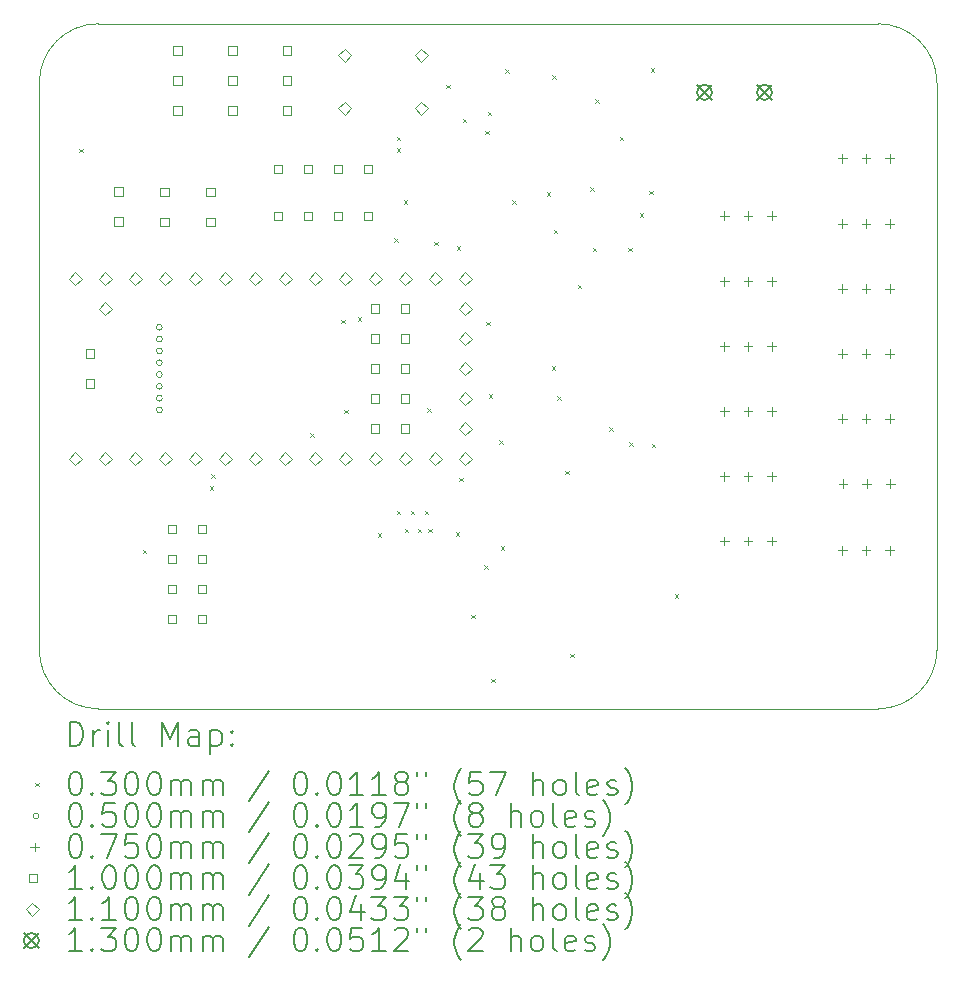
<source format=gbr>
%TF.GenerationSoftware,KiCad,Pcbnew,8.0.7*%
%TF.CreationDate,2024-12-28T15:19:10+07:00*%
%TF.ProjectId,Teensy4.0PCB,5465656e-7379-4342-9e30-5043422e6b69,rev?*%
%TF.SameCoordinates,Original*%
%TF.FileFunction,Drillmap*%
%TF.FilePolarity,Positive*%
%FSLAX45Y45*%
G04 Gerber Fmt 4.5, Leading zero omitted, Abs format (unit mm)*
G04 Created by KiCad (PCBNEW 8.0.7) date 2024-12-28 15:19:10*
%MOMM*%
%LPD*%
G01*
G04 APERTURE LIST*
%ADD10C,0.050000*%
%ADD11C,0.200000*%
%ADD12C,0.100000*%
%ADD13C,0.110000*%
%ADD14C,0.130000*%
G04 APERTURE END LIST*
D10*
X18000000Y-6620000D02*
X11400000Y-6620000D01*
X18500000Y-11920000D02*
X18500000Y-7120000D01*
X11400000Y-12420000D02*
G75*
G02*
X10900000Y-11920000I0J500000D01*
G01*
X11400000Y-12420000D02*
X18000000Y-12420000D01*
X18500000Y-11920000D02*
G75*
G02*
X18000000Y-12420000I-500000J0D01*
G01*
X10900000Y-7120000D02*
G75*
G02*
X11400000Y-6620000I500000J0D01*
G01*
X10900000Y-7120000D02*
X10900000Y-11920000D01*
X18000000Y-6620000D02*
G75*
G02*
X18500000Y-7120000I0J-500000D01*
G01*
D11*
D12*
X11240000Y-7680000D02*
X11270000Y-7710000D01*
X11270000Y-7680000D02*
X11240000Y-7710000D01*
X11775000Y-11075000D02*
X11805000Y-11105000D01*
X11805000Y-11075000D02*
X11775000Y-11105000D01*
X12345000Y-10535000D02*
X12375000Y-10565000D01*
X12375000Y-10535000D02*
X12345000Y-10565000D01*
X12355000Y-10435000D02*
X12385000Y-10465000D01*
X12385000Y-10435000D02*
X12355000Y-10465000D01*
X13195000Y-10085000D02*
X13225000Y-10115000D01*
X13225000Y-10085000D02*
X13195000Y-10115000D01*
X13455000Y-9125000D02*
X13485000Y-9155000D01*
X13485000Y-9125000D02*
X13455000Y-9155000D01*
X13480000Y-9890000D02*
X13510000Y-9920000D01*
X13510000Y-9890000D02*
X13480000Y-9920000D01*
X13595000Y-9105000D02*
X13625000Y-9135000D01*
X13625000Y-9105000D02*
X13595000Y-9135000D01*
X13765000Y-10935000D02*
X13795000Y-10965000D01*
X13795000Y-10935000D02*
X13765000Y-10965000D01*
X13905000Y-8435000D02*
X13935000Y-8465000D01*
X13935000Y-8435000D02*
X13905000Y-8465000D01*
X13925000Y-7575000D02*
X13955000Y-7605000D01*
X13955000Y-7575000D02*
X13925000Y-7605000D01*
X13925000Y-7675000D02*
X13955000Y-7705000D01*
X13955000Y-7675000D02*
X13925000Y-7705000D01*
X13925000Y-10745000D02*
X13955000Y-10775000D01*
X13955000Y-10745000D02*
X13925000Y-10775000D01*
X13985000Y-8115000D02*
X14015000Y-8145000D01*
X14015000Y-8115000D02*
X13985000Y-8145000D01*
X13995000Y-10895000D02*
X14025000Y-10925000D01*
X14025000Y-10895000D02*
X13995000Y-10925000D01*
X14045000Y-10745000D02*
X14075000Y-10775000D01*
X14075000Y-10745000D02*
X14045000Y-10775000D01*
X14105000Y-10895000D02*
X14135000Y-10925000D01*
X14135000Y-10895000D02*
X14105000Y-10925000D01*
X14165000Y-10745000D02*
X14195000Y-10775000D01*
X14195000Y-10745000D02*
X14165000Y-10775000D01*
X14185000Y-9875000D02*
X14215000Y-9905000D01*
X14215000Y-9875000D02*
X14185000Y-9905000D01*
X14195000Y-10895000D02*
X14225000Y-10925000D01*
X14225000Y-10895000D02*
X14195000Y-10925000D01*
X14245000Y-8465000D02*
X14275000Y-8495000D01*
X14275000Y-8465000D02*
X14245000Y-8495000D01*
X14345000Y-7135000D02*
X14375000Y-7165000D01*
X14375000Y-7135000D02*
X14345000Y-7165000D01*
X14425000Y-10925000D02*
X14455000Y-10955000D01*
X14455000Y-10925000D02*
X14425000Y-10955000D01*
X14435000Y-8505000D02*
X14465000Y-8535000D01*
X14465000Y-8505000D02*
X14435000Y-8535000D01*
X14455000Y-10465000D02*
X14485000Y-10495000D01*
X14485000Y-10465000D02*
X14455000Y-10495000D01*
X14485000Y-7425000D02*
X14515000Y-7455000D01*
X14515000Y-7425000D02*
X14485000Y-7455000D01*
X14555000Y-11625000D02*
X14585000Y-11655000D01*
X14585000Y-11625000D02*
X14555000Y-11655000D01*
X14665000Y-11205000D02*
X14695000Y-11235000D01*
X14695000Y-11205000D02*
X14665000Y-11235000D01*
X14675000Y-7525000D02*
X14705000Y-7555000D01*
X14705000Y-7525000D02*
X14675000Y-7555000D01*
X14685000Y-9145000D02*
X14715000Y-9175000D01*
X14715000Y-9145000D02*
X14685000Y-9175000D01*
X14695000Y-7365000D02*
X14725000Y-7395000D01*
X14725000Y-7365000D02*
X14695000Y-7395000D01*
X14705000Y-9755000D02*
X14735000Y-9785000D01*
X14735000Y-9755000D02*
X14705000Y-9785000D01*
X14725000Y-12165000D02*
X14755000Y-12195000D01*
X14755000Y-12165000D02*
X14725000Y-12195000D01*
X14795000Y-10145000D02*
X14825000Y-10175000D01*
X14825000Y-10145000D02*
X14795000Y-10175000D01*
X14805000Y-11045000D02*
X14835000Y-11075000D01*
X14835000Y-11045000D02*
X14805000Y-11075000D01*
X14845000Y-7005000D02*
X14875000Y-7035000D01*
X14875000Y-7005000D02*
X14845000Y-7035000D01*
X14905000Y-8115000D02*
X14935000Y-8145000D01*
X14935000Y-8115000D02*
X14905000Y-8145000D01*
X15195000Y-8045000D02*
X15225000Y-8075000D01*
X15225000Y-8045000D02*
X15195000Y-8075000D01*
X15240000Y-9520000D02*
X15270000Y-9550000D01*
X15270000Y-9520000D02*
X15240000Y-9550000D01*
X15245000Y-7055000D02*
X15275000Y-7085000D01*
X15275000Y-7055000D02*
X15245000Y-7085000D01*
X15255000Y-8365000D02*
X15285000Y-8395000D01*
X15285000Y-8365000D02*
X15255000Y-8395000D01*
X15285000Y-9775000D02*
X15315000Y-9805000D01*
X15315000Y-9775000D02*
X15285000Y-9805000D01*
X15355000Y-10405000D02*
X15385000Y-10435000D01*
X15385000Y-10405000D02*
X15355000Y-10435000D01*
X15395000Y-11955000D02*
X15425000Y-11985000D01*
X15425000Y-11955000D02*
X15395000Y-11985000D01*
X15460000Y-8830000D02*
X15490000Y-8860000D01*
X15490000Y-8830000D02*
X15460000Y-8860000D01*
X15565000Y-8005000D02*
X15595000Y-8035000D01*
X15595000Y-8005000D02*
X15565000Y-8035000D01*
X15585000Y-8515000D02*
X15615000Y-8545000D01*
X15615000Y-8515000D02*
X15585000Y-8545000D01*
X15607500Y-7260000D02*
X15637500Y-7290000D01*
X15637500Y-7260000D02*
X15607500Y-7290000D01*
X15725000Y-10035000D02*
X15755000Y-10065000D01*
X15755000Y-10035000D02*
X15725000Y-10065000D01*
X15815000Y-7575000D02*
X15845000Y-7605000D01*
X15845000Y-7575000D02*
X15815000Y-7605000D01*
X15885000Y-8515000D02*
X15915000Y-8545000D01*
X15915000Y-8515000D02*
X15885000Y-8545000D01*
X15895000Y-10165000D02*
X15925000Y-10195000D01*
X15925000Y-10165000D02*
X15895000Y-10195000D01*
X15985000Y-8225000D02*
X16015000Y-8255000D01*
X16015000Y-8225000D02*
X15985000Y-8255000D01*
X16065000Y-8035000D02*
X16095000Y-8065000D01*
X16095000Y-8035000D02*
X16065000Y-8065000D01*
X16075000Y-6995000D02*
X16105000Y-7025000D01*
X16105000Y-6995000D02*
X16075000Y-7025000D01*
X16085000Y-10175000D02*
X16115000Y-10205000D01*
X16115000Y-10175000D02*
X16085000Y-10205000D01*
X16280000Y-11450000D02*
X16310000Y-11480000D01*
X16310000Y-11450000D02*
X16280000Y-11480000D01*
X11941340Y-9190000D02*
G75*
G02*
X11891340Y-9190000I-25000J0D01*
G01*
X11891340Y-9190000D02*
G75*
G02*
X11941340Y-9190000I25000J0D01*
G01*
X11941340Y-9290000D02*
G75*
G02*
X11891340Y-9290000I-25000J0D01*
G01*
X11891340Y-9290000D02*
G75*
G02*
X11941340Y-9290000I25000J0D01*
G01*
X11941340Y-9390000D02*
G75*
G02*
X11891340Y-9390000I-25000J0D01*
G01*
X11891340Y-9390000D02*
G75*
G02*
X11941340Y-9390000I25000J0D01*
G01*
X11941340Y-9490000D02*
G75*
G02*
X11891340Y-9490000I-25000J0D01*
G01*
X11891340Y-9490000D02*
G75*
G02*
X11941340Y-9490000I25000J0D01*
G01*
X11941340Y-9590000D02*
G75*
G02*
X11891340Y-9590000I-25000J0D01*
G01*
X11891340Y-9590000D02*
G75*
G02*
X11941340Y-9590000I25000J0D01*
G01*
X11941340Y-9690000D02*
G75*
G02*
X11891340Y-9690000I-25000J0D01*
G01*
X11891340Y-9690000D02*
G75*
G02*
X11941340Y-9690000I25000J0D01*
G01*
X11941340Y-9790000D02*
G75*
G02*
X11891340Y-9790000I-25000J0D01*
G01*
X11891340Y-9790000D02*
G75*
G02*
X11941340Y-9790000I25000J0D01*
G01*
X11941340Y-9890000D02*
G75*
G02*
X11891340Y-9890000I-25000J0D01*
G01*
X11891340Y-9890000D02*
G75*
G02*
X11941340Y-9890000I25000J0D01*
G01*
X16700000Y-8207500D02*
X16700000Y-8282500D01*
X16662500Y-8245000D02*
X16737500Y-8245000D01*
X16700000Y-8762500D02*
X16700000Y-8837500D01*
X16662500Y-8800000D02*
X16737500Y-8800000D01*
X16700000Y-9312500D02*
X16700000Y-9387500D01*
X16662500Y-9350000D02*
X16737500Y-9350000D01*
X16700000Y-9862500D02*
X16700000Y-9937500D01*
X16662500Y-9900000D02*
X16737500Y-9900000D01*
X16700000Y-10412500D02*
X16700000Y-10487500D01*
X16662500Y-10450000D02*
X16737500Y-10450000D01*
X16700000Y-10962500D02*
X16700000Y-11037500D01*
X16662500Y-11000000D02*
X16737500Y-11000000D01*
X16900000Y-8207500D02*
X16900000Y-8282500D01*
X16862500Y-8245000D02*
X16937500Y-8245000D01*
X16900000Y-8762500D02*
X16900000Y-8837500D01*
X16862500Y-8800000D02*
X16937500Y-8800000D01*
X16900000Y-9312500D02*
X16900000Y-9387500D01*
X16862500Y-9350000D02*
X16937500Y-9350000D01*
X16900000Y-9862500D02*
X16900000Y-9937500D01*
X16862500Y-9900000D02*
X16937500Y-9900000D01*
X16900000Y-10412500D02*
X16900000Y-10487500D01*
X16862500Y-10450000D02*
X16937500Y-10450000D01*
X16900000Y-10962500D02*
X16900000Y-11037500D01*
X16862500Y-11000000D02*
X16937500Y-11000000D01*
X17100000Y-8207500D02*
X17100000Y-8282500D01*
X17062500Y-8245000D02*
X17137500Y-8245000D01*
X17100000Y-8762500D02*
X17100000Y-8837500D01*
X17062500Y-8800000D02*
X17137500Y-8800000D01*
X17100000Y-9312500D02*
X17100000Y-9387500D01*
X17062500Y-9350000D02*
X17137500Y-9350000D01*
X17100000Y-9862500D02*
X17100000Y-9937500D01*
X17062500Y-9900000D02*
X17137500Y-9900000D01*
X17100000Y-10412500D02*
X17100000Y-10487500D01*
X17062500Y-10450000D02*
X17137500Y-10450000D01*
X17100000Y-10962500D02*
X17100000Y-11037500D01*
X17062500Y-11000000D02*
X17137500Y-11000000D01*
X17700000Y-7722500D02*
X17700000Y-7797500D01*
X17662500Y-7760000D02*
X17737500Y-7760000D01*
X17700000Y-8277500D02*
X17700000Y-8352500D01*
X17662500Y-8315000D02*
X17737500Y-8315000D01*
X17700000Y-8827500D02*
X17700000Y-8902500D01*
X17662500Y-8865000D02*
X17737500Y-8865000D01*
X17700000Y-9377500D02*
X17700000Y-9452500D01*
X17662500Y-9415000D02*
X17737500Y-9415000D01*
X17700000Y-9927500D02*
X17700000Y-10002500D01*
X17662500Y-9965000D02*
X17737500Y-9965000D01*
X17700000Y-11042500D02*
X17700000Y-11117500D01*
X17662500Y-11080000D02*
X17737500Y-11080000D01*
X17705000Y-10477500D02*
X17705000Y-10552500D01*
X17667500Y-10515000D02*
X17742500Y-10515000D01*
X17900000Y-7722500D02*
X17900000Y-7797500D01*
X17862500Y-7760000D02*
X17937500Y-7760000D01*
X17900000Y-8277500D02*
X17900000Y-8352500D01*
X17862500Y-8315000D02*
X17937500Y-8315000D01*
X17900000Y-8827500D02*
X17900000Y-8902500D01*
X17862500Y-8865000D02*
X17937500Y-8865000D01*
X17900000Y-9377500D02*
X17900000Y-9452500D01*
X17862500Y-9415000D02*
X17937500Y-9415000D01*
X17900000Y-9927500D02*
X17900000Y-10002500D01*
X17862500Y-9965000D02*
X17937500Y-9965000D01*
X17900000Y-11042500D02*
X17900000Y-11117500D01*
X17862500Y-11080000D02*
X17937500Y-11080000D01*
X17905000Y-10477500D02*
X17905000Y-10552500D01*
X17867500Y-10515000D02*
X17942500Y-10515000D01*
X18100000Y-7722500D02*
X18100000Y-7797500D01*
X18062500Y-7760000D02*
X18137500Y-7760000D01*
X18100000Y-8277500D02*
X18100000Y-8352500D01*
X18062500Y-8315000D02*
X18137500Y-8315000D01*
X18100000Y-8827500D02*
X18100000Y-8902500D01*
X18062500Y-8865000D02*
X18137500Y-8865000D01*
X18100000Y-9377500D02*
X18100000Y-9452500D01*
X18062500Y-9415000D02*
X18137500Y-9415000D01*
X18100000Y-9927500D02*
X18100000Y-10002500D01*
X18062500Y-9965000D02*
X18137500Y-9965000D01*
X18100000Y-11042500D02*
X18100000Y-11117500D01*
X18062500Y-11080000D02*
X18137500Y-11080000D01*
X18105000Y-10477500D02*
X18105000Y-10552500D01*
X18067500Y-10515000D02*
X18142500Y-10515000D01*
X11364856Y-9448356D02*
X11364856Y-9377644D01*
X11294144Y-9377644D01*
X11294144Y-9448356D01*
X11364856Y-9448356D01*
X11364856Y-9702356D02*
X11364856Y-9631644D01*
X11294144Y-9631644D01*
X11294144Y-9702356D01*
X11364856Y-9702356D01*
X11605356Y-8075356D02*
X11605356Y-8004644D01*
X11534644Y-8004644D01*
X11534644Y-8075356D01*
X11605356Y-8075356D01*
X11605356Y-8329356D02*
X11605356Y-8258644D01*
X11534644Y-8258644D01*
X11534644Y-8329356D01*
X11605356Y-8329356D01*
X11995356Y-8079356D02*
X11995356Y-8008644D01*
X11924644Y-8008644D01*
X11924644Y-8079356D01*
X11995356Y-8079356D01*
X11995356Y-8333356D02*
X11995356Y-8262644D01*
X11924644Y-8262644D01*
X11924644Y-8333356D01*
X11995356Y-8333356D01*
X12056406Y-10932856D02*
X12056406Y-10862144D01*
X11985694Y-10862144D01*
X11985694Y-10932856D01*
X12056406Y-10932856D01*
X12056406Y-11186856D02*
X12056406Y-11116144D01*
X11985694Y-11116144D01*
X11985694Y-11186856D01*
X12056406Y-11186856D01*
X12056406Y-11440856D02*
X12056406Y-11370144D01*
X11985694Y-11370144D01*
X11985694Y-11440856D01*
X12056406Y-11440856D01*
X12056406Y-11694856D02*
X12056406Y-11624144D01*
X11985694Y-11624144D01*
X11985694Y-11694856D01*
X12056406Y-11694856D01*
X12105356Y-6881356D02*
X12105356Y-6810644D01*
X12034644Y-6810644D01*
X12034644Y-6881356D01*
X12105356Y-6881356D01*
X12105356Y-7135356D02*
X12105356Y-7064644D01*
X12034644Y-7064644D01*
X12034644Y-7135356D01*
X12105356Y-7135356D01*
X12105356Y-7389356D02*
X12105356Y-7318644D01*
X12034644Y-7318644D01*
X12034644Y-7389356D01*
X12105356Y-7389356D01*
X12310406Y-10932856D02*
X12310406Y-10862144D01*
X12239694Y-10862144D01*
X12239694Y-10932856D01*
X12310406Y-10932856D01*
X12310406Y-11186856D02*
X12310406Y-11116144D01*
X12239694Y-11116144D01*
X12239694Y-11186856D01*
X12310406Y-11186856D01*
X12310406Y-11440856D02*
X12310406Y-11370144D01*
X12239694Y-11370144D01*
X12239694Y-11440856D01*
X12310406Y-11440856D01*
X12310406Y-11694856D02*
X12310406Y-11624144D01*
X12239694Y-11624144D01*
X12239694Y-11694856D01*
X12310406Y-11694856D01*
X12385356Y-8079356D02*
X12385356Y-8008644D01*
X12314644Y-8008644D01*
X12314644Y-8079356D01*
X12385356Y-8079356D01*
X12385356Y-8333356D02*
X12385356Y-8262644D01*
X12314644Y-8262644D01*
X12314644Y-8333356D01*
X12385356Y-8333356D01*
X12570356Y-6881356D02*
X12570356Y-6810644D01*
X12499644Y-6810644D01*
X12499644Y-6881356D01*
X12570356Y-6881356D01*
X12570356Y-7135356D02*
X12570356Y-7064644D01*
X12499644Y-7064644D01*
X12499644Y-7135356D01*
X12570356Y-7135356D01*
X12570356Y-7389356D02*
X12570356Y-7318644D01*
X12499644Y-7318644D01*
X12499644Y-7389356D01*
X12570356Y-7389356D01*
X12955356Y-7885356D02*
X12955356Y-7814644D01*
X12884644Y-7814644D01*
X12884644Y-7885356D01*
X12955356Y-7885356D01*
X12955356Y-8285356D02*
X12955356Y-8214644D01*
X12884644Y-8214644D01*
X12884644Y-8285356D01*
X12955356Y-8285356D01*
X13035356Y-6881356D02*
X13035356Y-6810644D01*
X12964644Y-6810644D01*
X12964644Y-6881356D01*
X13035356Y-6881356D01*
X13035356Y-7135356D02*
X13035356Y-7064644D01*
X12964644Y-7064644D01*
X12964644Y-7135356D01*
X13035356Y-7135356D01*
X13035356Y-7389356D02*
X13035356Y-7318644D01*
X12964644Y-7318644D01*
X12964644Y-7389356D01*
X13035356Y-7389356D01*
X13209356Y-7885356D02*
X13209356Y-7814644D01*
X13138644Y-7814644D01*
X13138644Y-7885356D01*
X13209356Y-7885356D01*
X13209356Y-8285356D02*
X13209356Y-8214644D01*
X13138644Y-8214644D01*
X13138644Y-8285356D01*
X13209356Y-8285356D01*
X13463356Y-7885356D02*
X13463356Y-7814644D01*
X13392644Y-7814644D01*
X13392644Y-7885356D01*
X13463356Y-7885356D01*
X13463356Y-8285356D02*
X13463356Y-8214644D01*
X13392644Y-8214644D01*
X13392644Y-8285356D01*
X13463356Y-8285356D01*
X13717356Y-7885356D02*
X13717356Y-7814644D01*
X13646644Y-7814644D01*
X13646644Y-7885356D01*
X13717356Y-7885356D01*
X13717356Y-8285356D02*
X13717356Y-8214644D01*
X13646644Y-8214644D01*
X13646644Y-8285356D01*
X13717356Y-8285356D01*
X13777856Y-9067356D02*
X13777856Y-8996644D01*
X13707144Y-8996644D01*
X13707144Y-9067356D01*
X13777856Y-9067356D01*
X13777856Y-9321356D02*
X13777856Y-9250644D01*
X13707144Y-9250644D01*
X13707144Y-9321356D01*
X13777856Y-9321356D01*
X13777856Y-9575356D02*
X13777856Y-9504644D01*
X13707144Y-9504644D01*
X13707144Y-9575356D01*
X13777856Y-9575356D01*
X13777856Y-9829356D02*
X13777856Y-9758644D01*
X13707144Y-9758644D01*
X13707144Y-9829356D01*
X13777856Y-9829356D01*
X13777856Y-10083356D02*
X13777856Y-10012644D01*
X13707144Y-10012644D01*
X13707144Y-10083356D01*
X13777856Y-10083356D01*
X14031856Y-9067356D02*
X14031856Y-8996644D01*
X13961144Y-8996644D01*
X13961144Y-9067356D01*
X14031856Y-9067356D01*
X14031856Y-9321356D02*
X14031856Y-9250644D01*
X13961144Y-9250644D01*
X13961144Y-9321356D01*
X14031856Y-9321356D01*
X14031856Y-9575356D02*
X14031856Y-9504644D01*
X13961144Y-9504644D01*
X13961144Y-9575356D01*
X14031856Y-9575356D01*
X14031856Y-9829356D02*
X14031856Y-9758644D01*
X13961144Y-9758644D01*
X13961144Y-9829356D01*
X14031856Y-9829356D01*
X14031856Y-10083356D02*
X14031856Y-10012644D01*
X13961144Y-10012644D01*
X13961144Y-10083356D01*
X14031856Y-10083356D01*
D13*
X11202500Y-8833000D02*
X11257500Y-8778000D01*
X11202500Y-8723000D01*
X11147500Y-8778000D01*
X11202500Y-8833000D01*
X11202500Y-10357000D02*
X11257500Y-10302000D01*
X11202500Y-10247000D01*
X11147500Y-10302000D01*
X11202500Y-10357000D01*
X11456500Y-8833000D02*
X11511500Y-8778000D01*
X11456500Y-8723000D01*
X11401500Y-8778000D01*
X11456500Y-8833000D01*
X11456500Y-9087000D02*
X11511500Y-9032000D01*
X11456500Y-8977000D01*
X11401500Y-9032000D01*
X11456500Y-9087000D01*
X11456500Y-10357000D02*
X11511500Y-10302000D01*
X11456500Y-10247000D01*
X11401500Y-10302000D01*
X11456500Y-10357000D01*
X11710500Y-8833000D02*
X11765500Y-8778000D01*
X11710500Y-8723000D01*
X11655500Y-8778000D01*
X11710500Y-8833000D01*
X11710500Y-10357000D02*
X11765500Y-10302000D01*
X11710500Y-10247000D01*
X11655500Y-10302000D01*
X11710500Y-10357000D01*
X11964500Y-8833000D02*
X12019500Y-8778000D01*
X11964500Y-8723000D01*
X11909500Y-8778000D01*
X11964500Y-8833000D01*
X11964500Y-10357000D02*
X12019500Y-10302000D01*
X11964500Y-10247000D01*
X11909500Y-10302000D01*
X11964500Y-10357000D01*
X12218500Y-8833000D02*
X12273500Y-8778000D01*
X12218500Y-8723000D01*
X12163500Y-8778000D01*
X12218500Y-8833000D01*
X12218500Y-10357000D02*
X12273500Y-10302000D01*
X12218500Y-10247000D01*
X12163500Y-10302000D01*
X12218500Y-10357000D01*
X12472500Y-8833000D02*
X12527500Y-8778000D01*
X12472500Y-8723000D01*
X12417500Y-8778000D01*
X12472500Y-8833000D01*
X12472500Y-10357000D02*
X12527500Y-10302000D01*
X12472500Y-10247000D01*
X12417500Y-10302000D01*
X12472500Y-10357000D01*
X12726500Y-8833000D02*
X12781500Y-8778000D01*
X12726500Y-8723000D01*
X12671500Y-8778000D01*
X12726500Y-8833000D01*
X12726500Y-10357000D02*
X12781500Y-10302000D01*
X12726500Y-10247000D01*
X12671500Y-10302000D01*
X12726500Y-10357000D01*
X12980500Y-8833000D02*
X13035500Y-8778000D01*
X12980500Y-8723000D01*
X12925500Y-8778000D01*
X12980500Y-8833000D01*
X12980500Y-10357000D02*
X13035500Y-10302000D01*
X12980500Y-10247000D01*
X12925500Y-10302000D01*
X12980500Y-10357000D01*
X13234500Y-8833000D02*
X13289500Y-8778000D01*
X13234500Y-8723000D01*
X13179500Y-8778000D01*
X13234500Y-8833000D01*
X13234500Y-10357000D02*
X13289500Y-10302000D01*
X13234500Y-10247000D01*
X13179500Y-10302000D01*
X13234500Y-10357000D01*
X13485000Y-6940000D02*
X13540000Y-6885000D01*
X13485000Y-6830000D01*
X13430000Y-6885000D01*
X13485000Y-6940000D01*
X13485000Y-7390000D02*
X13540000Y-7335000D01*
X13485000Y-7280000D01*
X13430000Y-7335000D01*
X13485000Y-7390000D01*
X13488500Y-8833000D02*
X13543500Y-8778000D01*
X13488500Y-8723000D01*
X13433500Y-8778000D01*
X13488500Y-8833000D01*
X13488500Y-10357000D02*
X13543500Y-10302000D01*
X13488500Y-10247000D01*
X13433500Y-10302000D01*
X13488500Y-10357000D01*
X13742500Y-8833000D02*
X13797500Y-8778000D01*
X13742500Y-8723000D01*
X13687500Y-8778000D01*
X13742500Y-8833000D01*
X13742500Y-10357000D02*
X13797500Y-10302000D01*
X13742500Y-10247000D01*
X13687500Y-10302000D01*
X13742500Y-10357000D01*
X13996500Y-8833000D02*
X14051500Y-8778000D01*
X13996500Y-8723000D01*
X13941500Y-8778000D01*
X13996500Y-8833000D01*
X13996500Y-10357000D02*
X14051500Y-10302000D01*
X13996500Y-10247000D01*
X13941500Y-10302000D01*
X13996500Y-10357000D01*
X14135000Y-6940000D02*
X14190000Y-6885000D01*
X14135000Y-6830000D01*
X14080000Y-6885000D01*
X14135000Y-6940000D01*
X14135000Y-7390000D02*
X14190000Y-7335000D01*
X14135000Y-7280000D01*
X14080000Y-7335000D01*
X14135000Y-7390000D01*
X14250500Y-8833000D02*
X14305500Y-8778000D01*
X14250500Y-8723000D01*
X14195500Y-8778000D01*
X14250500Y-8833000D01*
X14250500Y-10357000D02*
X14305500Y-10302000D01*
X14250500Y-10247000D01*
X14195500Y-10302000D01*
X14250500Y-10357000D01*
X14504500Y-8833000D02*
X14559500Y-8778000D01*
X14504500Y-8723000D01*
X14449500Y-8778000D01*
X14504500Y-8833000D01*
X14504500Y-9087000D02*
X14559500Y-9032000D01*
X14504500Y-8977000D01*
X14449500Y-9032000D01*
X14504500Y-9087000D01*
X14504500Y-9341000D02*
X14559500Y-9286000D01*
X14504500Y-9231000D01*
X14449500Y-9286000D01*
X14504500Y-9341000D01*
X14504500Y-9595000D02*
X14559500Y-9540000D01*
X14504500Y-9485000D01*
X14449500Y-9540000D01*
X14504500Y-9595000D01*
X14504500Y-9849000D02*
X14559500Y-9794000D01*
X14504500Y-9739000D01*
X14449500Y-9794000D01*
X14504500Y-9849000D01*
X14504500Y-10103000D02*
X14559500Y-10048000D01*
X14504500Y-9993000D01*
X14449500Y-10048000D01*
X14504500Y-10103000D01*
X14504500Y-10357000D02*
X14559500Y-10302000D01*
X14504500Y-10247000D01*
X14449500Y-10302000D01*
X14504500Y-10357000D01*
D14*
X16467000Y-7135000D02*
X16597000Y-7265000D01*
X16597000Y-7135000D02*
X16467000Y-7265000D01*
X16597000Y-7200000D02*
G75*
G02*
X16467000Y-7200000I-65000J0D01*
G01*
X16467000Y-7200000D02*
G75*
G02*
X16597000Y-7200000I65000J0D01*
G01*
X16975000Y-7135000D02*
X17105000Y-7265000D01*
X17105000Y-7135000D02*
X16975000Y-7265000D01*
X17105000Y-7200000D02*
G75*
G02*
X16975000Y-7200000I-65000J0D01*
G01*
X16975000Y-7200000D02*
G75*
G02*
X17105000Y-7200000I65000J0D01*
G01*
D11*
X11158277Y-12733984D02*
X11158277Y-12533984D01*
X11158277Y-12533984D02*
X11205896Y-12533984D01*
X11205896Y-12533984D02*
X11234467Y-12543508D01*
X11234467Y-12543508D02*
X11253515Y-12562555D01*
X11253515Y-12562555D02*
X11263039Y-12581603D01*
X11263039Y-12581603D02*
X11272562Y-12619698D01*
X11272562Y-12619698D02*
X11272562Y-12648269D01*
X11272562Y-12648269D02*
X11263039Y-12686365D01*
X11263039Y-12686365D02*
X11253515Y-12705412D01*
X11253515Y-12705412D02*
X11234467Y-12724460D01*
X11234467Y-12724460D02*
X11205896Y-12733984D01*
X11205896Y-12733984D02*
X11158277Y-12733984D01*
X11358277Y-12733984D02*
X11358277Y-12600650D01*
X11358277Y-12638746D02*
X11367801Y-12619698D01*
X11367801Y-12619698D02*
X11377324Y-12610174D01*
X11377324Y-12610174D02*
X11396372Y-12600650D01*
X11396372Y-12600650D02*
X11415420Y-12600650D01*
X11482086Y-12733984D02*
X11482086Y-12600650D01*
X11482086Y-12533984D02*
X11472562Y-12543508D01*
X11472562Y-12543508D02*
X11482086Y-12553031D01*
X11482086Y-12553031D02*
X11491610Y-12543508D01*
X11491610Y-12543508D02*
X11482086Y-12533984D01*
X11482086Y-12533984D02*
X11482086Y-12553031D01*
X11605896Y-12733984D02*
X11586848Y-12724460D01*
X11586848Y-12724460D02*
X11577324Y-12705412D01*
X11577324Y-12705412D02*
X11577324Y-12533984D01*
X11710658Y-12733984D02*
X11691610Y-12724460D01*
X11691610Y-12724460D02*
X11682086Y-12705412D01*
X11682086Y-12705412D02*
X11682086Y-12533984D01*
X11939229Y-12733984D02*
X11939229Y-12533984D01*
X11939229Y-12533984D02*
X12005896Y-12676841D01*
X12005896Y-12676841D02*
X12072562Y-12533984D01*
X12072562Y-12533984D02*
X12072562Y-12733984D01*
X12253515Y-12733984D02*
X12253515Y-12629222D01*
X12253515Y-12629222D02*
X12243991Y-12610174D01*
X12243991Y-12610174D02*
X12224943Y-12600650D01*
X12224943Y-12600650D02*
X12186848Y-12600650D01*
X12186848Y-12600650D02*
X12167801Y-12610174D01*
X12253515Y-12724460D02*
X12234467Y-12733984D01*
X12234467Y-12733984D02*
X12186848Y-12733984D01*
X12186848Y-12733984D02*
X12167801Y-12724460D01*
X12167801Y-12724460D02*
X12158277Y-12705412D01*
X12158277Y-12705412D02*
X12158277Y-12686365D01*
X12158277Y-12686365D02*
X12167801Y-12667317D01*
X12167801Y-12667317D02*
X12186848Y-12657793D01*
X12186848Y-12657793D02*
X12234467Y-12657793D01*
X12234467Y-12657793D02*
X12253515Y-12648269D01*
X12348753Y-12600650D02*
X12348753Y-12800650D01*
X12348753Y-12610174D02*
X12367801Y-12600650D01*
X12367801Y-12600650D02*
X12405896Y-12600650D01*
X12405896Y-12600650D02*
X12424943Y-12610174D01*
X12424943Y-12610174D02*
X12434467Y-12619698D01*
X12434467Y-12619698D02*
X12443991Y-12638746D01*
X12443991Y-12638746D02*
X12443991Y-12695888D01*
X12443991Y-12695888D02*
X12434467Y-12714936D01*
X12434467Y-12714936D02*
X12424943Y-12724460D01*
X12424943Y-12724460D02*
X12405896Y-12733984D01*
X12405896Y-12733984D02*
X12367801Y-12733984D01*
X12367801Y-12733984D02*
X12348753Y-12724460D01*
X12529705Y-12714936D02*
X12539229Y-12724460D01*
X12539229Y-12724460D02*
X12529705Y-12733984D01*
X12529705Y-12733984D02*
X12520182Y-12724460D01*
X12520182Y-12724460D02*
X12529705Y-12714936D01*
X12529705Y-12714936D02*
X12529705Y-12733984D01*
X12529705Y-12610174D02*
X12539229Y-12619698D01*
X12539229Y-12619698D02*
X12529705Y-12629222D01*
X12529705Y-12629222D02*
X12520182Y-12619698D01*
X12520182Y-12619698D02*
X12529705Y-12610174D01*
X12529705Y-12610174D02*
X12529705Y-12629222D01*
D12*
X10867500Y-13047500D02*
X10897500Y-13077500D01*
X10897500Y-13047500D02*
X10867500Y-13077500D01*
D11*
X11196372Y-12953984D02*
X11215420Y-12953984D01*
X11215420Y-12953984D02*
X11234467Y-12963508D01*
X11234467Y-12963508D02*
X11243991Y-12973031D01*
X11243991Y-12973031D02*
X11253515Y-12992079D01*
X11253515Y-12992079D02*
X11263039Y-13030174D01*
X11263039Y-13030174D02*
X11263039Y-13077793D01*
X11263039Y-13077793D02*
X11253515Y-13115888D01*
X11253515Y-13115888D02*
X11243991Y-13134936D01*
X11243991Y-13134936D02*
X11234467Y-13144460D01*
X11234467Y-13144460D02*
X11215420Y-13153984D01*
X11215420Y-13153984D02*
X11196372Y-13153984D01*
X11196372Y-13153984D02*
X11177324Y-13144460D01*
X11177324Y-13144460D02*
X11167801Y-13134936D01*
X11167801Y-13134936D02*
X11158277Y-13115888D01*
X11158277Y-13115888D02*
X11148753Y-13077793D01*
X11148753Y-13077793D02*
X11148753Y-13030174D01*
X11148753Y-13030174D02*
X11158277Y-12992079D01*
X11158277Y-12992079D02*
X11167801Y-12973031D01*
X11167801Y-12973031D02*
X11177324Y-12963508D01*
X11177324Y-12963508D02*
X11196372Y-12953984D01*
X11348753Y-13134936D02*
X11358277Y-13144460D01*
X11358277Y-13144460D02*
X11348753Y-13153984D01*
X11348753Y-13153984D02*
X11339229Y-13144460D01*
X11339229Y-13144460D02*
X11348753Y-13134936D01*
X11348753Y-13134936D02*
X11348753Y-13153984D01*
X11424943Y-12953984D02*
X11548753Y-12953984D01*
X11548753Y-12953984D02*
X11482086Y-13030174D01*
X11482086Y-13030174D02*
X11510658Y-13030174D01*
X11510658Y-13030174D02*
X11529705Y-13039698D01*
X11529705Y-13039698D02*
X11539229Y-13049222D01*
X11539229Y-13049222D02*
X11548753Y-13068269D01*
X11548753Y-13068269D02*
X11548753Y-13115888D01*
X11548753Y-13115888D02*
X11539229Y-13134936D01*
X11539229Y-13134936D02*
X11529705Y-13144460D01*
X11529705Y-13144460D02*
X11510658Y-13153984D01*
X11510658Y-13153984D02*
X11453515Y-13153984D01*
X11453515Y-13153984D02*
X11434467Y-13144460D01*
X11434467Y-13144460D02*
X11424943Y-13134936D01*
X11672562Y-12953984D02*
X11691610Y-12953984D01*
X11691610Y-12953984D02*
X11710658Y-12963508D01*
X11710658Y-12963508D02*
X11720182Y-12973031D01*
X11720182Y-12973031D02*
X11729705Y-12992079D01*
X11729705Y-12992079D02*
X11739229Y-13030174D01*
X11739229Y-13030174D02*
X11739229Y-13077793D01*
X11739229Y-13077793D02*
X11729705Y-13115888D01*
X11729705Y-13115888D02*
X11720182Y-13134936D01*
X11720182Y-13134936D02*
X11710658Y-13144460D01*
X11710658Y-13144460D02*
X11691610Y-13153984D01*
X11691610Y-13153984D02*
X11672562Y-13153984D01*
X11672562Y-13153984D02*
X11653515Y-13144460D01*
X11653515Y-13144460D02*
X11643991Y-13134936D01*
X11643991Y-13134936D02*
X11634467Y-13115888D01*
X11634467Y-13115888D02*
X11624943Y-13077793D01*
X11624943Y-13077793D02*
X11624943Y-13030174D01*
X11624943Y-13030174D02*
X11634467Y-12992079D01*
X11634467Y-12992079D02*
X11643991Y-12973031D01*
X11643991Y-12973031D02*
X11653515Y-12963508D01*
X11653515Y-12963508D02*
X11672562Y-12953984D01*
X11863039Y-12953984D02*
X11882086Y-12953984D01*
X11882086Y-12953984D02*
X11901134Y-12963508D01*
X11901134Y-12963508D02*
X11910658Y-12973031D01*
X11910658Y-12973031D02*
X11920182Y-12992079D01*
X11920182Y-12992079D02*
X11929705Y-13030174D01*
X11929705Y-13030174D02*
X11929705Y-13077793D01*
X11929705Y-13077793D02*
X11920182Y-13115888D01*
X11920182Y-13115888D02*
X11910658Y-13134936D01*
X11910658Y-13134936D02*
X11901134Y-13144460D01*
X11901134Y-13144460D02*
X11882086Y-13153984D01*
X11882086Y-13153984D02*
X11863039Y-13153984D01*
X11863039Y-13153984D02*
X11843991Y-13144460D01*
X11843991Y-13144460D02*
X11834467Y-13134936D01*
X11834467Y-13134936D02*
X11824943Y-13115888D01*
X11824943Y-13115888D02*
X11815420Y-13077793D01*
X11815420Y-13077793D02*
X11815420Y-13030174D01*
X11815420Y-13030174D02*
X11824943Y-12992079D01*
X11824943Y-12992079D02*
X11834467Y-12973031D01*
X11834467Y-12973031D02*
X11843991Y-12963508D01*
X11843991Y-12963508D02*
X11863039Y-12953984D01*
X12015420Y-13153984D02*
X12015420Y-13020650D01*
X12015420Y-13039698D02*
X12024943Y-13030174D01*
X12024943Y-13030174D02*
X12043991Y-13020650D01*
X12043991Y-13020650D02*
X12072563Y-13020650D01*
X12072563Y-13020650D02*
X12091610Y-13030174D01*
X12091610Y-13030174D02*
X12101134Y-13049222D01*
X12101134Y-13049222D02*
X12101134Y-13153984D01*
X12101134Y-13049222D02*
X12110658Y-13030174D01*
X12110658Y-13030174D02*
X12129705Y-13020650D01*
X12129705Y-13020650D02*
X12158277Y-13020650D01*
X12158277Y-13020650D02*
X12177324Y-13030174D01*
X12177324Y-13030174D02*
X12186848Y-13049222D01*
X12186848Y-13049222D02*
X12186848Y-13153984D01*
X12282086Y-13153984D02*
X12282086Y-13020650D01*
X12282086Y-13039698D02*
X12291610Y-13030174D01*
X12291610Y-13030174D02*
X12310658Y-13020650D01*
X12310658Y-13020650D02*
X12339229Y-13020650D01*
X12339229Y-13020650D02*
X12358277Y-13030174D01*
X12358277Y-13030174D02*
X12367801Y-13049222D01*
X12367801Y-13049222D02*
X12367801Y-13153984D01*
X12367801Y-13049222D02*
X12377324Y-13030174D01*
X12377324Y-13030174D02*
X12396372Y-13020650D01*
X12396372Y-13020650D02*
X12424943Y-13020650D01*
X12424943Y-13020650D02*
X12443991Y-13030174D01*
X12443991Y-13030174D02*
X12453515Y-13049222D01*
X12453515Y-13049222D02*
X12453515Y-13153984D01*
X12843991Y-12944460D02*
X12672563Y-13201603D01*
X13101134Y-12953984D02*
X13120182Y-12953984D01*
X13120182Y-12953984D02*
X13139229Y-12963508D01*
X13139229Y-12963508D02*
X13148753Y-12973031D01*
X13148753Y-12973031D02*
X13158277Y-12992079D01*
X13158277Y-12992079D02*
X13167801Y-13030174D01*
X13167801Y-13030174D02*
X13167801Y-13077793D01*
X13167801Y-13077793D02*
X13158277Y-13115888D01*
X13158277Y-13115888D02*
X13148753Y-13134936D01*
X13148753Y-13134936D02*
X13139229Y-13144460D01*
X13139229Y-13144460D02*
X13120182Y-13153984D01*
X13120182Y-13153984D02*
X13101134Y-13153984D01*
X13101134Y-13153984D02*
X13082086Y-13144460D01*
X13082086Y-13144460D02*
X13072563Y-13134936D01*
X13072563Y-13134936D02*
X13063039Y-13115888D01*
X13063039Y-13115888D02*
X13053515Y-13077793D01*
X13053515Y-13077793D02*
X13053515Y-13030174D01*
X13053515Y-13030174D02*
X13063039Y-12992079D01*
X13063039Y-12992079D02*
X13072563Y-12973031D01*
X13072563Y-12973031D02*
X13082086Y-12963508D01*
X13082086Y-12963508D02*
X13101134Y-12953984D01*
X13253515Y-13134936D02*
X13263039Y-13144460D01*
X13263039Y-13144460D02*
X13253515Y-13153984D01*
X13253515Y-13153984D02*
X13243991Y-13144460D01*
X13243991Y-13144460D02*
X13253515Y-13134936D01*
X13253515Y-13134936D02*
X13253515Y-13153984D01*
X13386848Y-12953984D02*
X13405896Y-12953984D01*
X13405896Y-12953984D02*
X13424944Y-12963508D01*
X13424944Y-12963508D02*
X13434467Y-12973031D01*
X13434467Y-12973031D02*
X13443991Y-12992079D01*
X13443991Y-12992079D02*
X13453515Y-13030174D01*
X13453515Y-13030174D02*
X13453515Y-13077793D01*
X13453515Y-13077793D02*
X13443991Y-13115888D01*
X13443991Y-13115888D02*
X13434467Y-13134936D01*
X13434467Y-13134936D02*
X13424944Y-13144460D01*
X13424944Y-13144460D02*
X13405896Y-13153984D01*
X13405896Y-13153984D02*
X13386848Y-13153984D01*
X13386848Y-13153984D02*
X13367801Y-13144460D01*
X13367801Y-13144460D02*
X13358277Y-13134936D01*
X13358277Y-13134936D02*
X13348753Y-13115888D01*
X13348753Y-13115888D02*
X13339229Y-13077793D01*
X13339229Y-13077793D02*
X13339229Y-13030174D01*
X13339229Y-13030174D02*
X13348753Y-12992079D01*
X13348753Y-12992079D02*
X13358277Y-12973031D01*
X13358277Y-12973031D02*
X13367801Y-12963508D01*
X13367801Y-12963508D02*
X13386848Y-12953984D01*
X13643991Y-13153984D02*
X13529706Y-13153984D01*
X13586848Y-13153984D02*
X13586848Y-12953984D01*
X13586848Y-12953984D02*
X13567801Y-12982555D01*
X13567801Y-12982555D02*
X13548753Y-13001603D01*
X13548753Y-13001603D02*
X13529706Y-13011127D01*
X13834467Y-13153984D02*
X13720182Y-13153984D01*
X13777325Y-13153984D02*
X13777325Y-12953984D01*
X13777325Y-12953984D02*
X13758277Y-12982555D01*
X13758277Y-12982555D02*
X13739229Y-13001603D01*
X13739229Y-13001603D02*
X13720182Y-13011127D01*
X13948753Y-13039698D02*
X13929706Y-13030174D01*
X13929706Y-13030174D02*
X13920182Y-13020650D01*
X13920182Y-13020650D02*
X13910658Y-13001603D01*
X13910658Y-13001603D02*
X13910658Y-12992079D01*
X13910658Y-12992079D02*
X13920182Y-12973031D01*
X13920182Y-12973031D02*
X13929706Y-12963508D01*
X13929706Y-12963508D02*
X13948753Y-12953984D01*
X13948753Y-12953984D02*
X13986848Y-12953984D01*
X13986848Y-12953984D02*
X14005896Y-12963508D01*
X14005896Y-12963508D02*
X14015420Y-12973031D01*
X14015420Y-12973031D02*
X14024944Y-12992079D01*
X14024944Y-12992079D02*
X14024944Y-13001603D01*
X14024944Y-13001603D02*
X14015420Y-13020650D01*
X14015420Y-13020650D02*
X14005896Y-13030174D01*
X14005896Y-13030174D02*
X13986848Y-13039698D01*
X13986848Y-13039698D02*
X13948753Y-13039698D01*
X13948753Y-13039698D02*
X13929706Y-13049222D01*
X13929706Y-13049222D02*
X13920182Y-13058746D01*
X13920182Y-13058746D02*
X13910658Y-13077793D01*
X13910658Y-13077793D02*
X13910658Y-13115888D01*
X13910658Y-13115888D02*
X13920182Y-13134936D01*
X13920182Y-13134936D02*
X13929706Y-13144460D01*
X13929706Y-13144460D02*
X13948753Y-13153984D01*
X13948753Y-13153984D02*
X13986848Y-13153984D01*
X13986848Y-13153984D02*
X14005896Y-13144460D01*
X14005896Y-13144460D02*
X14015420Y-13134936D01*
X14015420Y-13134936D02*
X14024944Y-13115888D01*
X14024944Y-13115888D02*
X14024944Y-13077793D01*
X14024944Y-13077793D02*
X14015420Y-13058746D01*
X14015420Y-13058746D02*
X14005896Y-13049222D01*
X14005896Y-13049222D02*
X13986848Y-13039698D01*
X14101134Y-12953984D02*
X14101134Y-12992079D01*
X14177325Y-12953984D02*
X14177325Y-12992079D01*
X14472563Y-13230174D02*
X14463039Y-13220650D01*
X14463039Y-13220650D02*
X14443991Y-13192079D01*
X14443991Y-13192079D02*
X14434468Y-13173031D01*
X14434468Y-13173031D02*
X14424944Y-13144460D01*
X14424944Y-13144460D02*
X14415420Y-13096841D01*
X14415420Y-13096841D02*
X14415420Y-13058746D01*
X14415420Y-13058746D02*
X14424944Y-13011127D01*
X14424944Y-13011127D02*
X14434468Y-12982555D01*
X14434468Y-12982555D02*
X14443991Y-12963508D01*
X14443991Y-12963508D02*
X14463039Y-12934936D01*
X14463039Y-12934936D02*
X14472563Y-12925412D01*
X14643991Y-12953984D02*
X14548753Y-12953984D01*
X14548753Y-12953984D02*
X14539229Y-13049222D01*
X14539229Y-13049222D02*
X14548753Y-13039698D01*
X14548753Y-13039698D02*
X14567801Y-13030174D01*
X14567801Y-13030174D02*
X14615420Y-13030174D01*
X14615420Y-13030174D02*
X14634468Y-13039698D01*
X14634468Y-13039698D02*
X14643991Y-13049222D01*
X14643991Y-13049222D02*
X14653515Y-13068269D01*
X14653515Y-13068269D02*
X14653515Y-13115888D01*
X14653515Y-13115888D02*
X14643991Y-13134936D01*
X14643991Y-13134936D02*
X14634468Y-13144460D01*
X14634468Y-13144460D02*
X14615420Y-13153984D01*
X14615420Y-13153984D02*
X14567801Y-13153984D01*
X14567801Y-13153984D02*
X14548753Y-13144460D01*
X14548753Y-13144460D02*
X14539229Y-13134936D01*
X14720182Y-12953984D02*
X14853515Y-12953984D01*
X14853515Y-12953984D02*
X14767801Y-13153984D01*
X15082087Y-13153984D02*
X15082087Y-12953984D01*
X15167801Y-13153984D02*
X15167801Y-13049222D01*
X15167801Y-13049222D02*
X15158277Y-13030174D01*
X15158277Y-13030174D02*
X15139230Y-13020650D01*
X15139230Y-13020650D02*
X15110658Y-13020650D01*
X15110658Y-13020650D02*
X15091610Y-13030174D01*
X15091610Y-13030174D02*
X15082087Y-13039698D01*
X15291610Y-13153984D02*
X15272563Y-13144460D01*
X15272563Y-13144460D02*
X15263039Y-13134936D01*
X15263039Y-13134936D02*
X15253515Y-13115888D01*
X15253515Y-13115888D02*
X15253515Y-13058746D01*
X15253515Y-13058746D02*
X15263039Y-13039698D01*
X15263039Y-13039698D02*
X15272563Y-13030174D01*
X15272563Y-13030174D02*
X15291610Y-13020650D01*
X15291610Y-13020650D02*
X15320182Y-13020650D01*
X15320182Y-13020650D02*
X15339230Y-13030174D01*
X15339230Y-13030174D02*
X15348753Y-13039698D01*
X15348753Y-13039698D02*
X15358277Y-13058746D01*
X15358277Y-13058746D02*
X15358277Y-13115888D01*
X15358277Y-13115888D02*
X15348753Y-13134936D01*
X15348753Y-13134936D02*
X15339230Y-13144460D01*
X15339230Y-13144460D02*
X15320182Y-13153984D01*
X15320182Y-13153984D02*
X15291610Y-13153984D01*
X15472563Y-13153984D02*
X15453515Y-13144460D01*
X15453515Y-13144460D02*
X15443991Y-13125412D01*
X15443991Y-13125412D02*
X15443991Y-12953984D01*
X15624944Y-13144460D02*
X15605896Y-13153984D01*
X15605896Y-13153984D02*
X15567801Y-13153984D01*
X15567801Y-13153984D02*
X15548753Y-13144460D01*
X15548753Y-13144460D02*
X15539230Y-13125412D01*
X15539230Y-13125412D02*
X15539230Y-13049222D01*
X15539230Y-13049222D02*
X15548753Y-13030174D01*
X15548753Y-13030174D02*
X15567801Y-13020650D01*
X15567801Y-13020650D02*
X15605896Y-13020650D01*
X15605896Y-13020650D02*
X15624944Y-13030174D01*
X15624944Y-13030174D02*
X15634468Y-13049222D01*
X15634468Y-13049222D02*
X15634468Y-13068269D01*
X15634468Y-13068269D02*
X15539230Y-13087317D01*
X15710658Y-13144460D02*
X15729706Y-13153984D01*
X15729706Y-13153984D02*
X15767801Y-13153984D01*
X15767801Y-13153984D02*
X15786849Y-13144460D01*
X15786849Y-13144460D02*
X15796372Y-13125412D01*
X15796372Y-13125412D02*
X15796372Y-13115888D01*
X15796372Y-13115888D02*
X15786849Y-13096841D01*
X15786849Y-13096841D02*
X15767801Y-13087317D01*
X15767801Y-13087317D02*
X15739230Y-13087317D01*
X15739230Y-13087317D02*
X15720182Y-13077793D01*
X15720182Y-13077793D02*
X15710658Y-13058746D01*
X15710658Y-13058746D02*
X15710658Y-13049222D01*
X15710658Y-13049222D02*
X15720182Y-13030174D01*
X15720182Y-13030174D02*
X15739230Y-13020650D01*
X15739230Y-13020650D02*
X15767801Y-13020650D01*
X15767801Y-13020650D02*
X15786849Y-13030174D01*
X15863039Y-13230174D02*
X15872563Y-13220650D01*
X15872563Y-13220650D02*
X15891611Y-13192079D01*
X15891611Y-13192079D02*
X15901134Y-13173031D01*
X15901134Y-13173031D02*
X15910658Y-13144460D01*
X15910658Y-13144460D02*
X15920182Y-13096841D01*
X15920182Y-13096841D02*
X15920182Y-13058746D01*
X15920182Y-13058746D02*
X15910658Y-13011127D01*
X15910658Y-13011127D02*
X15901134Y-12982555D01*
X15901134Y-12982555D02*
X15891611Y-12963508D01*
X15891611Y-12963508D02*
X15872563Y-12934936D01*
X15872563Y-12934936D02*
X15863039Y-12925412D01*
D12*
X10897500Y-13326500D02*
G75*
G02*
X10847500Y-13326500I-25000J0D01*
G01*
X10847500Y-13326500D02*
G75*
G02*
X10897500Y-13326500I25000J0D01*
G01*
D11*
X11196372Y-13217984D02*
X11215420Y-13217984D01*
X11215420Y-13217984D02*
X11234467Y-13227508D01*
X11234467Y-13227508D02*
X11243991Y-13237031D01*
X11243991Y-13237031D02*
X11253515Y-13256079D01*
X11253515Y-13256079D02*
X11263039Y-13294174D01*
X11263039Y-13294174D02*
X11263039Y-13341793D01*
X11263039Y-13341793D02*
X11253515Y-13379888D01*
X11253515Y-13379888D02*
X11243991Y-13398936D01*
X11243991Y-13398936D02*
X11234467Y-13408460D01*
X11234467Y-13408460D02*
X11215420Y-13417984D01*
X11215420Y-13417984D02*
X11196372Y-13417984D01*
X11196372Y-13417984D02*
X11177324Y-13408460D01*
X11177324Y-13408460D02*
X11167801Y-13398936D01*
X11167801Y-13398936D02*
X11158277Y-13379888D01*
X11158277Y-13379888D02*
X11148753Y-13341793D01*
X11148753Y-13341793D02*
X11148753Y-13294174D01*
X11148753Y-13294174D02*
X11158277Y-13256079D01*
X11158277Y-13256079D02*
X11167801Y-13237031D01*
X11167801Y-13237031D02*
X11177324Y-13227508D01*
X11177324Y-13227508D02*
X11196372Y-13217984D01*
X11348753Y-13398936D02*
X11358277Y-13408460D01*
X11358277Y-13408460D02*
X11348753Y-13417984D01*
X11348753Y-13417984D02*
X11339229Y-13408460D01*
X11339229Y-13408460D02*
X11348753Y-13398936D01*
X11348753Y-13398936D02*
X11348753Y-13417984D01*
X11539229Y-13217984D02*
X11443991Y-13217984D01*
X11443991Y-13217984D02*
X11434467Y-13313222D01*
X11434467Y-13313222D02*
X11443991Y-13303698D01*
X11443991Y-13303698D02*
X11463039Y-13294174D01*
X11463039Y-13294174D02*
X11510658Y-13294174D01*
X11510658Y-13294174D02*
X11529705Y-13303698D01*
X11529705Y-13303698D02*
X11539229Y-13313222D01*
X11539229Y-13313222D02*
X11548753Y-13332269D01*
X11548753Y-13332269D02*
X11548753Y-13379888D01*
X11548753Y-13379888D02*
X11539229Y-13398936D01*
X11539229Y-13398936D02*
X11529705Y-13408460D01*
X11529705Y-13408460D02*
X11510658Y-13417984D01*
X11510658Y-13417984D02*
X11463039Y-13417984D01*
X11463039Y-13417984D02*
X11443991Y-13408460D01*
X11443991Y-13408460D02*
X11434467Y-13398936D01*
X11672562Y-13217984D02*
X11691610Y-13217984D01*
X11691610Y-13217984D02*
X11710658Y-13227508D01*
X11710658Y-13227508D02*
X11720182Y-13237031D01*
X11720182Y-13237031D02*
X11729705Y-13256079D01*
X11729705Y-13256079D02*
X11739229Y-13294174D01*
X11739229Y-13294174D02*
X11739229Y-13341793D01*
X11739229Y-13341793D02*
X11729705Y-13379888D01*
X11729705Y-13379888D02*
X11720182Y-13398936D01*
X11720182Y-13398936D02*
X11710658Y-13408460D01*
X11710658Y-13408460D02*
X11691610Y-13417984D01*
X11691610Y-13417984D02*
X11672562Y-13417984D01*
X11672562Y-13417984D02*
X11653515Y-13408460D01*
X11653515Y-13408460D02*
X11643991Y-13398936D01*
X11643991Y-13398936D02*
X11634467Y-13379888D01*
X11634467Y-13379888D02*
X11624943Y-13341793D01*
X11624943Y-13341793D02*
X11624943Y-13294174D01*
X11624943Y-13294174D02*
X11634467Y-13256079D01*
X11634467Y-13256079D02*
X11643991Y-13237031D01*
X11643991Y-13237031D02*
X11653515Y-13227508D01*
X11653515Y-13227508D02*
X11672562Y-13217984D01*
X11863039Y-13217984D02*
X11882086Y-13217984D01*
X11882086Y-13217984D02*
X11901134Y-13227508D01*
X11901134Y-13227508D02*
X11910658Y-13237031D01*
X11910658Y-13237031D02*
X11920182Y-13256079D01*
X11920182Y-13256079D02*
X11929705Y-13294174D01*
X11929705Y-13294174D02*
X11929705Y-13341793D01*
X11929705Y-13341793D02*
X11920182Y-13379888D01*
X11920182Y-13379888D02*
X11910658Y-13398936D01*
X11910658Y-13398936D02*
X11901134Y-13408460D01*
X11901134Y-13408460D02*
X11882086Y-13417984D01*
X11882086Y-13417984D02*
X11863039Y-13417984D01*
X11863039Y-13417984D02*
X11843991Y-13408460D01*
X11843991Y-13408460D02*
X11834467Y-13398936D01*
X11834467Y-13398936D02*
X11824943Y-13379888D01*
X11824943Y-13379888D02*
X11815420Y-13341793D01*
X11815420Y-13341793D02*
X11815420Y-13294174D01*
X11815420Y-13294174D02*
X11824943Y-13256079D01*
X11824943Y-13256079D02*
X11834467Y-13237031D01*
X11834467Y-13237031D02*
X11843991Y-13227508D01*
X11843991Y-13227508D02*
X11863039Y-13217984D01*
X12015420Y-13417984D02*
X12015420Y-13284650D01*
X12015420Y-13303698D02*
X12024943Y-13294174D01*
X12024943Y-13294174D02*
X12043991Y-13284650D01*
X12043991Y-13284650D02*
X12072563Y-13284650D01*
X12072563Y-13284650D02*
X12091610Y-13294174D01*
X12091610Y-13294174D02*
X12101134Y-13313222D01*
X12101134Y-13313222D02*
X12101134Y-13417984D01*
X12101134Y-13313222D02*
X12110658Y-13294174D01*
X12110658Y-13294174D02*
X12129705Y-13284650D01*
X12129705Y-13284650D02*
X12158277Y-13284650D01*
X12158277Y-13284650D02*
X12177324Y-13294174D01*
X12177324Y-13294174D02*
X12186848Y-13313222D01*
X12186848Y-13313222D02*
X12186848Y-13417984D01*
X12282086Y-13417984D02*
X12282086Y-13284650D01*
X12282086Y-13303698D02*
X12291610Y-13294174D01*
X12291610Y-13294174D02*
X12310658Y-13284650D01*
X12310658Y-13284650D02*
X12339229Y-13284650D01*
X12339229Y-13284650D02*
X12358277Y-13294174D01*
X12358277Y-13294174D02*
X12367801Y-13313222D01*
X12367801Y-13313222D02*
X12367801Y-13417984D01*
X12367801Y-13313222D02*
X12377324Y-13294174D01*
X12377324Y-13294174D02*
X12396372Y-13284650D01*
X12396372Y-13284650D02*
X12424943Y-13284650D01*
X12424943Y-13284650D02*
X12443991Y-13294174D01*
X12443991Y-13294174D02*
X12453515Y-13313222D01*
X12453515Y-13313222D02*
X12453515Y-13417984D01*
X12843991Y-13208460D02*
X12672563Y-13465603D01*
X13101134Y-13217984D02*
X13120182Y-13217984D01*
X13120182Y-13217984D02*
X13139229Y-13227508D01*
X13139229Y-13227508D02*
X13148753Y-13237031D01*
X13148753Y-13237031D02*
X13158277Y-13256079D01*
X13158277Y-13256079D02*
X13167801Y-13294174D01*
X13167801Y-13294174D02*
X13167801Y-13341793D01*
X13167801Y-13341793D02*
X13158277Y-13379888D01*
X13158277Y-13379888D02*
X13148753Y-13398936D01*
X13148753Y-13398936D02*
X13139229Y-13408460D01*
X13139229Y-13408460D02*
X13120182Y-13417984D01*
X13120182Y-13417984D02*
X13101134Y-13417984D01*
X13101134Y-13417984D02*
X13082086Y-13408460D01*
X13082086Y-13408460D02*
X13072563Y-13398936D01*
X13072563Y-13398936D02*
X13063039Y-13379888D01*
X13063039Y-13379888D02*
X13053515Y-13341793D01*
X13053515Y-13341793D02*
X13053515Y-13294174D01*
X13053515Y-13294174D02*
X13063039Y-13256079D01*
X13063039Y-13256079D02*
X13072563Y-13237031D01*
X13072563Y-13237031D02*
X13082086Y-13227508D01*
X13082086Y-13227508D02*
X13101134Y-13217984D01*
X13253515Y-13398936D02*
X13263039Y-13408460D01*
X13263039Y-13408460D02*
X13253515Y-13417984D01*
X13253515Y-13417984D02*
X13243991Y-13408460D01*
X13243991Y-13408460D02*
X13253515Y-13398936D01*
X13253515Y-13398936D02*
X13253515Y-13417984D01*
X13386848Y-13217984D02*
X13405896Y-13217984D01*
X13405896Y-13217984D02*
X13424944Y-13227508D01*
X13424944Y-13227508D02*
X13434467Y-13237031D01*
X13434467Y-13237031D02*
X13443991Y-13256079D01*
X13443991Y-13256079D02*
X13453515Y-13294174D01*
X13453515Y-13294174D02*
X13453515Y-13341793D01*
X13453515Y-13341793D02*
X13443991Y-13379888D01*
X13443991Y-13379888D02*
X13434467Y-13398936D01*
X13434467Y-13398936D02*
X13424944Y-13408460D01*
X13424944Y-13408460D02*
X13405896Y-13417984D01*
X13405896Y-13417984D02*
X13386848Y-13417984D01*
X13386848Y-13417984D02*
X13367801Y-13408460D01*
X13367801Y-13408460D02*
X13358277Y-13398936D01*
X13358277Y-13398936D02*
X13348753Y-13379888D01*
X13348753Y-13379888D02*
X13339229Y-13341793D01*
X13339229Y-13341793D02*
X13339229Y-13294174D01*
X13339229Y-13294174D02*
X13348753Y-13256079D01*
X13348753Y-13256079D02*
X13358277Y-13237031D01*
X13358277Y-13237031D02*
X13367801Y-13227508D01*
X13367801Y-13227508D02*
X13386848Y-13217984D01*
X13643991Y-13417984D02*
X13529706Y-13417984D01*
X13586848Y-13417984D02*
X13586848Y-13217984D01*
X13586848Y-13217984D02*
X13567801Y-13246555D01*
X13567801Y-13246555D02*
X13548753Y-13265603D01*
X13548753Y-13265603D02*
X13529706Y-13275127D01*
X13739229Y-13417984D02*
X13777325Y-13417984D01*
X13777325Y-13417984D02*
X13796372Y-13408460D01*
X13796372Y-13408460D02*
X13805896Y-13398936D01*
X13805896Y-13398936D02*
X13824944Y-13370365D01*
X13824944Y-13370365D02*
X13834467Y-13332269D01*
X13834467Y-13332269D02*
X13834467Y-13256079D01*
X13834467Y-13256079D02*
X13824944Y-13237031D01*
X13824944Y-13237031D02*
X13815420Y-13227508D01*
X13815420Y-13227508D02*
X13796372Y-13217984D01*
X13796372Y-13217984D02*
X13758277Y-13217984D01*
X13758277Y-13217984D02*
X13739229Y-13227508D01*
X13739229Y-13227508D02*
X13729706Y-13237031D01*
X13729706Y-13237031D02*
X13720182Y-13256079D01*
X13720182Y-13256079D02*
X13720182Y-13303698D01*
X13720182Y-13303698D02*
X13729706Y-13322746D01*
X13729706Y-13322746D02*
X13739229Y-13332269D01*
X13739229Y-13332269D02*
X13758277Y-13341793D01*
X13758277Y-13341793D02*
X13796372Y-13341793D01*
X13796372Y-13341793D02*
X13815420Y-13332269D01*
X13815420Y-13332269D02*
X13824944Y-13322746D01*
X13824944Y-13322746D02*
X13834467Y-13303698D01*
X13901134Y-13217984D02*
X14034467Y-13217984D01*
X14034467Y-13217984D02*
X13948753Y-13417984D01*
X14101134Y-13217984D02*
X14101134Y-13256079D01*
X14177325Y-13217984D02*
X14177325Y-13256079D01*
X14472563Y-13494174D02*
X14463039Y-13484650D01*
X14463039Y-13484650D02*
X14443991Y-13456079D01*
X14443991Y-13456079D02*
X14434468Y-13437031D01*
X14434468Y-13437031D02*
X14424944Y-13408460D01*
X14424944Y-13408460D02*
X14415420Y-13360841D01*
X14415420Y-13360841D02*
X14415420Y-13322746D01*
X14415420Y-13322746D02*
X14424944Y-13275127D01*
X14424944Y-13275127D02*
X14434468Y-13246555D01*
X14434468Y-13246555D02*
X14443991Y-13227508D01*
X14443991Y-13227508D02*
X14463039Y-13198936D01*
X14463039Y-13198936D02*
X14472563Y-13189412D01*
X14577325Y-13303698D02*
X14558277Y-13294174D01*
X14558277Y-13294174D02*
X14548753Y-13284650D01*
X14548753Y-13284650D02*
X14539229Y-13265603D01*
X14539229Y-13265603D02*
X14539229Y-13256079D01*
X14539229Y-13256079D02*
X14548753Y-13237031D01*
X14548753Y-13237031D02*
X14558277Y-13227508D01*
X14558277Y-13227508D02*
X14577325Y-13217984D01*
X14577325Y-13217984D02*
X14615420Y-13217984D01*
X14615420Y-13217984D02*
X14634468Y-13227508D01*
X14634468Y-13227508D02*
X14643991Y-13237031D01*
X14643991Y-13237031D02*
X14653515Y-13256079D01*
X14653515Y-13256079D02*
X14653515Y-13265603D01*
X14653515Y-13265603D02*
X14643991Y-13284650D01*
X14643991Y-13284650D02*
X14634468Y-13294174D01*
X14634468Y-13294174D02*
X14615420Y-13303698D01*
X14615420Y-13303698D02*
X14577325Y-13303698D01*
X14577325Y-13303698D02*
X14558277Y-13313222D01*
X14558277Y-13313222D02*
X14548753Y-13322746D01*
X14548753Y-13322746D02*
X14539229Y-13341793D01*
X14539229Y-13341793D02*
X14539229Y-13379888D01*
X14539229Y-13379888D02*
X14548753Y-13398936D01*
X14548753Y-13398936D02*
X14558277Y-13408460D01*
X14558277Y-13408460D02*
X14577325Y-13417984D01*
X14577325Y-13417984D02*
X14615420Y-13417984D01*
X14615420Y-13417984D02*
X14634468Y-13408460D01*
X14634468Y-13408460D02*
X14643991Y-13398936D01*
X14643991Y-13398936D02*
X14653515Y-13379888D01*
X14653515Y-13379888D02*
X14653515Y-13341793D01*
X14653515Y-13341793D02*
X14643991Y-13322746D01*
X14643991Y-13322746D02*
X14634468Y-13313222D01*
X14634468Y-13313222D02*
X14615420Y-13303698D01*
X14891610Y-13417984D02*
X14891610Y-13217984D01*
X14977325Y-13417984D02*
X14977325Y-13313222D01*
X14977325Y-13313222D02*
X14967801Y-13294174D01*
X14967801Y-13294174D02*
X14948753Y-13284650D01*
X14948753Y-13284650D02*
X14920182Y-13284650D01*
X14920182Y-13284650D02*
X14901134Y-13294174D01*
X14901134Y-13294174D02*
X14891610Y-13303698D01*
X15101134Y-13417984D02*
X15082087Y-13408460D01*
X15082087Y-13408460D02*
X15072563Y-13398936D01*
X15072563Y-13398936D02*
X15063039Y-13379888D01*
X15063039Y-13379888D02*
X15063039Y-13322746D01*
X15063039Y-13322746D02*
X15072563Y-13303698D01*
X15072563Y-13303698D02*
X15082087Y-13294174D01*
X15082087Y-13294174D02*
X15101134Y-13284650D01*
X15101134Y-13284650D02*
X15129706Y-13284650D01*
X15129706Y-13284650D02*
X15148753Y-13294174D01*
X15148753Y-13294174D02*
X15158277Y-13303698D01*
X15158277Y-13303698D02*
X15167801Y-13322746D01*
X15167801Y-13322746D02*
X15167801Y-13379888D01*
X15167801Y-13379888D02*
X15158277Y-13398936D01*
X15158277Y-13398936D02*
X15148753Y-13408460D01*
X15148753Y-13408460D02*
X15129706Y-13417984D01*
X15129706Y-13417984D02*
X15101134Y-13417984D01*
X15282087Y-13417984D02*
X15263039Y-13408460D01*
X15263039Y-13408460D02*
X15253515Y-13389412D01*
X15253515Y-13389412D02*
X15253515Y-13217984D01*
X15434468Y-13408460D02*
X15415420Y-13417984D01*
X15415420Y-13417984D02*
X15377325Y-13417984D01*
X15377325Y-13417984D02*
X15358277Y-13408460D01*
X15358277Y-13408460D02*
X15348753Y-13389412D01*
X15348753Y-13389412D02*
X15348753Y-13313222D01*
X15348753Y-13313222D02*
X15358277Y-13294174D01*
X15358277Y-13294174D02*
X15377325Y-13284650D01*
X15377325Y-13284650D02*
X15415420Y-13284650D01*
X15415420Y-13284650D02*
X15434468Y-13294174D01*
X15434468Y-13294174D02*
X15443991Y-13313222D01*
X15443991Y-13313222D02*
X15443991Y-13332269D01*
X15443991Y-13332269D02*
X15348753Y-13351317D01*
X15520182Y-13408460D02*
X15539230Y-13417984D01*
X15539230Y-13417984D02*
X15577325Y-13417984D01*
X15577325Y-13417984D02*
X15596372Y-13408460D01*
X15596372Y-13408460D02*
X15605896Y-13389412D01*
X15605896Y-13389412D02*
X15605896Y-13379888D01*
X15605896Y-13379888D02*
X15596372Y-13360841D01*
X15596372Y-13360841D02*
X15577325Y-13351317D01*
X15577325Y-13351317D02*
X15548753Y-13351317D01*
X15548753Y-13351317D02*
X15529706Y-13341793D01*
X15529706Y-13341793D02*
X15520182Y-13322746D01*
X15520182Y-13322746D02*
X15520182Y-13313222D01*
X15520182Y-13313222D02*
X15529706Y-13294174D01*
X15529706Y-13294174D02*
X15548753Y-13284650D01*
X15548753Y-13284650D02*
X15577325Y-13284650D01*
X15577325Y-13284650D02*
X15596372Y-13294174D01*
X15672563Y-13494174D02*
X15682087Y-13484650D01*
X15682087Y-13484650D02*
X15701134Y-13456079D01*
X15701134Y-13456079D02*
X15710658Y-13437031D01*
X15710658Y-13437031D02*
X15720182Y-13408460D01*
X15720182Y-13408460D02*
X15729706Y-13360841D01*
X15729706Y-13360841D02*
X15729706Y-13322746D01*
X15729706Y-13322746D02*
X15720182Y-13275127D01*
X15720182Y-13275127D02*
X15710658Y-13246555D01*
X15710658Y-13246555D02*
X15701134Y-13227508D01*
X15701134Y-13227508D02*
X15682087Y-13198936D01*
X15682087Y-13198936D02*
X15672563Y-13189412D01*
D12*
X10860000Y-13553000D02*
X10860000Y-13628000D01*
X10822500Y-13590500D02*
X10897500Y-13590500D01*
D11*
X11196372Y-13481984D02*
X11215420Y-13481984D01*
X11215420Y-13481984D02*
X11234467Y-13491508D01*
X11234467Y-13491508D02*
X11243991Y-13501031D01*
X11243991Y-13501031D02*
X11253515Y-13520079D01*
X11253515Y-13520079D02*
X11263039Y-13558174D01*
X11263039Y-13558174D02*
X11263039Y-13605793D01*
X11263039Y-13605793D02*
X11253515Y-13643888D01*
X11253515Y-13643888D02*
X11243991Y-13662936D01*
X11243991Y-13662936D02*
X11234467Y-13672460D01*
X11234467Y-13672460D02*
X11215420Y-13681984D01*
X11215420Y-13681984D02*
X11196372Y-13681984D01*
X11196372Y-13681984D02*
X11177324Y-13672460D01*
X11177324Y-13672460D02*
X11167801Y-13662936D01*
X11167801Y-13662936D02*
X11158277Y-13643888D01*
X11158277Y-13643888D02*
X11148753Y-13605793D01*
X11148753Y-13605793D02*
X11148753Y-13558174D01*
X11148753Y-13558174D02*
X11158277Y-13520079D01*
X11158277Y-13520079D02*
X11167801Y-13501031D01*
X11167801Y-13501031D02*
X11177324Y-13491508D01*
X11177324Y-13491508D02*
X11196372Y-13481984D01*
X11348753Y-13662936D02*
X11358277Y-13672460D01*
X11358277Y-13672460D02*
X11348753Y-13681984D01*
X11348753Y-13681984D02*
X11339229Y-13672460D01*
X11339229Y-13672460D02*
X11348753Y-13662936D01*
X11348753Y-13662936D02*
X11348753Y-13681984D01*
X11424943Y-13481984D02*
X11558277Y-13481984D01*
X11558277Y-13481984D02*
X11472562Y-13681984D01*
X11729705Y-13481984D02*
X11634467Y-13481984D01*
X11634467Y-13481984D02*
X11624943Y-13577222D01*
X11624943Y-13577222D02*
X11634467Y-13567698D01*
X11634467Y-13567698D02*
X11653515Y-13558174D01*
X11653515Y-13558174D02*
X11701134Y-13558174D01*
X11701134Y-13558174D02*
X11720182Y-13567698D01*
X11720182Y-13567698D02*
X11729705Y-13577222D01*
X11729705Y-13577222D02*
X11739229Y-13596269D01*
X11739229Y-13596269D02*
X11739229Y-13643888D01*
X11739229Y-13643888D02*
X11729705Y-13662936D01*
X11729705Y-13662936D02*
X11720182Y-13672460D01*
X11720182Y-13672460D02*
X11701134Y-13681984D01*
X11701134Y-13681984D02*
X11653515Y-13681984D01*
X11653515Y-13681984D02*
X11634467Y-13672460D01*
X11634467Y-13672460D02*
X11624943Y-13662936D01*
X11863039Y-13481984D02*
X11882086Y-13481984D01*
X11882086Y-13481984D02*
X11901134Y-13491508D01*
X11901134Y-13491508D02*
X11910658Y-13501031D01*
X11910658Y-13501031D02*
X11920182Y-13520079D01*
X11920182Y-13520079D02*
X11929705Y-13558174D01*
X11929705Y-13558174D02*
X11929705Y-13605793D01*
X11929705Y-13605793D02*
X11920182Y-13643888D01*
X11920182Y-13643888D02*
X11910658Y-13662936D01*
X11910658Y-13662936D02*
X11901134Y-13672460D01*
X11901134Y-13672460D02*
X11882086Y-13681984D01*
X11882086Y-13681984D02*
X11863039Y-13681984D01*
X11863039Y-13681984D02*
X11843991Y-13672460D01*
X11843991Y-13672460D02*
X11834467Y-13662936D01*
X11834467Y-13662936D02*
X11824943Y-13643888D01*
X11824943Y-13643888D02*
X11815420Y-13605793D01*
X11815420Y-13605793D02*
X11815420Y-13558174D01*
X11815420Y-13558174D02*
X11824943Y-13520079D01*
X11824943Y-13520079D02*
X11834467Y-13501031D01*
X11834467Y-13501031D02*
X11843991Y-13491508D01*
X11843991Y-13491508D02*
X11863039Y-13481984D01*
X12015420Y-13681984D02*
X12015420Y-13548650D01*
X12015420Y-13567698D02*
X12024943Y-13558174D01*
X12024943Y-13558174D02*
X12043991Y-13548650D01*
X12043991Y-13548650D02*
X12072563Y-13548650D01*
X12072563Y-13548650D02*
X12091610Y-13558174D01*
X12091610Y-13558174D02*
X12101134Y-13577222D01*
X12101134Y-13577222D02*
X12101134Y-13681984D01*
X12101134Y-13577222D02*
X12110658Y-13558174D01*
X12110658Y-13558174D02*
X12129705Y-13548650D01*
X12129705Y-13548650D02*
X12158277Y-13548650D01*
X12158277Y-13548650D02*
X12177324Y-13558174D01*
X12177324Y-13558174D02*
X12186848Y-13577222D01*
X12186848Y-13577222D02*
X12186848Y-13681984D01*
X12282086Y-13681984D02*
X12282086Y-13548650D01*
X12282086Y-13567698D02*
X12291610Y-13558174D01*
X12291610Y-13558174D02*
X12310658Y-13548650D01*
X12310658Y-13548650D02*
X12339229Y-13548650D01*
X12339229Y-13548650D02*
X12358277Y-13558174D01*
X12358277Y-13558174D02*
X12367801Y-13577222D01*
X12367801Y-13577222D02*
X12367801Y-13681984D01*
X12367801Y-13577222D02*
X12377324Y-13558174D01*
X12377324Y-13558174D02*
X12396372Y-13548650D01*
X12396372Y-13548650D02*
X12424943Y-13548650D01*
X12424943Y-13548650D02*
X12443991Y-13558174D01*
X12443991Y-13558174D02*
X12453515Y-13577222D01*
X12453515Y-13577222D02*
X12453515Y-13681984D01*
X12843991Y-13472460D02*
X12672563Y-13729603D01*
X13101134Y-13481984D02*
X13120182Y-13481984D01*
X13120182Y-13481984D02*
X13139229Y-13491508D01*
X13139229Y-13491508D02*
X13148753Y-13501031D01*
X13148753Y-13501031D02*
X13158277Y-13520079D01*
X13158277Y-13520079D02*
X13167801Y-13558174D01*
X13167801Y-13558174D02*
X13167801Y-13605793D01*
X13167801Y-13605793D02*
X13158277Y-13643888D01*
X13158277Y-13643888D02*
X13148753Y-13662936D01*
X13148753Y-13662936D02*
X13139229Y-13672460D01*
X13139229Y-13672460D02*
X13120182Y-13681984D01*
X13120182Y-13681984D02*
X13101134Y-13681984D01*
X13101134Y-13681984D02*
X13082086Y-13672460D01*
X13082086Y-13672460D02*
X13072563Y-13662936D01*
X13072563Y-13662936D02*
X13063039Y-13643888D01*
X13063039Y-13643888D02*
X13053515Y-13605793D01*
X13053515Y-13605793D02*
X13053515Y-13558174D01*
X13053515Y-13558174D02*
X13063039Y-13520079D01*
X13063039Y-13520079D02*
X13072563Y-13501031D01*
X13072563Y-13501031D02*
X13082086Y-13491508D01*
X13082086Y-13491508D02*
X13101134Y-13481984D01*
X13253515Y-13662936D02*
X13263039Y-13672460D01*
X13263039Y-13672460D02*
X13253515Y-13681984D01*
X13253515Y-13681984D02*
X13243991Y-13672460D01*
X13243991Y-13672460D02*
X13253515Y-13662936D01*
X13253515Y-13662936D02*
X13253515Y-13681984D01*
X13386848Y-13481984D02*
X13405896Y-13481984D01*
X13405896Y-13481984D02*
X13424944Y-13491508D01*
X13424944Y-13491508D02*
X13434467Y-13501031D01*
X13434467Y-13501031D02*
X13443991Y-13520079D01*
X13443991Y-13520079D02*
X13453515Y-13558174D01*
X13453515Y-13558174D02*
X13453515Y-13605793D01*
X13453515Y-13605793D02*
X13443991Y-13643888D01*
X13443991Y-13643888D02*
X13434467Y-13662936D01*
X13434467Y-13662936D02*
X13424944Y-13672460D01*
X13424944Y-13672460D02*
X13405896Y-13681984D01*
X13405896Y-13681984D02*
X13386848Y-13681984D01*
X13386848Y-13681984D02*
X13367801Y-13672460D01*
X13367801Y-13672460D02*
X13358277Y-13662936D01*
X13358277Y-13662936D02*
X13348753Y-13643888D01*
X13348753Y-13643888D02*
X13339229Y-13605793D01*
X13339229Y-13605793D02*
X13339229Y-13558174D01*
X13339229Y-13558174D02*
X13348753Y-13520079D01*
X13348753Y-13520079D02*
X13358277Y-13501031D01*
X13358277Y-13501031D02*
X13367801Y-13491508D01*
X13367801Y-13491508D02*
X13386848Y-13481984D01*
X13529706Y-13501031D02*
X13539229Y-13491508D01*
X13539229Y-13491508D02*
X13558277Y-13481984D01*
X13558277Y-13481984D02*
X13605896Y-13481984D01*
X13605896Y-13481984D02*
X13624944Y-13491508D01*
X13624944Y-13491508D02*
X13634467Y-13501031D01*
X13634467Y-13501031D02*
X13643991Y-13520079D01*
X13643991Y-13520079D02*
X13643991Y-13539127D01*
X13643991Y-13539127D02*
X13634467Y-13567698D01*
X13634467Y-13567698D02*
X13520182Y-13681984D01*
X13520182Y-13681984D02*
X13643991Y-13681984D01*
X13739229Y-13681984D02*
X13777325Y-13681984D01*
X13777325Y-13681984D02*
X13796372Y-13672460D01*
X13796372Y-13672460D02*
X13805896Y-13662936D01*
X13805896Y-13662936D02*
X13824944Y-13634365D01*
X13824944Y-13634365D02*
X13834467Y-13596269D01*
X13834467Y-13596269D02*
X13834467Y-13520079D01*
X13834467Y-13520079D02*
X13824944Y-13501031D01*
X13824944Y-13501031D02*
X13815420Y-13491508D01*
X13815420Y-13491508D02*
X13796372Y-13481984D01*
X13796372Y-13481984D02*
X13758277Y-13481984D01*
X13758277Y-13481984D02*
X13739229Y-13491508D01*
X13739229Y-13491508D02*
X13729706Y-13501031D01*
X13729706Y-13501031D02*
X13720182Y-13520079D01*
X13720182Y-13520079D02*
X13720182Y-13567698D01*
X13720182Y-13567698D02*
X13729706Y-13586746D01*
X13729706Y-13586746D02*
X13739229Y-13596269D01*
X13739229Y-13596269D02*
X13758277Y-13605793D01*
X13758277Y-13605793D02*
X13796372Y-13605793D01*
X13796372Y-13605793D02*
X13815420Y-13596269D01*
X13815420Y-13596269D02*
X13824944Y-13586746D01*
X13824944Y-13586746D02*
X13834467Y-13567698D01*
X14015420Y-13481984D02*
X13920182Y-13481984D01*
X13920182Y-13481984D02*
X13910658Y-13577222D01*
X13910658Y-13577222D02*
X13920182Y-13567698D01*
X13920182Y-13567698D02*
X13939229Y-13558174D01*
X13939229Y-13558174D02*
X13986848Y-13558174D01*
X13986848Y-13558174D02*
X14005896Y-13567698D01*
X14005896Y-13567698D02*
X14015420Y-13577222D01*
X14015420Y-13577222D02*
X14024944Y-13596269D01*
X14024944Y-13596269D02*
X14024944Y-13643888D01*
X14024944Y-13643888D02*
X14015420Y-13662936D01*
X14015420Y-13662936D02*
X14005896Y-13672460D01*
X14005896Y-13672460D02*
X13986848Y-13681984D01*
X13986848Y-13681984D02*
X13939229Y-13681984D01*
X13939229Y-13681984D02*
X13920182Y-13672460D01*
X13920182Y-13672460D02*
X13910658Y-13662936D01*
X14101134Y-13481984D02*
X14101134Y-13520079D01*
X14177325Y-13481984D02*
X14177325Y-13520079D01*
X14472563Y-13758174D02*
X14463039Y-13748650D01*
X14463039Y-13748650D02*
X14443991Y-13720079D01*
X14443991Y-13720079D02*
X14434468Y-13701031D01*
X14434468Y-13701031D02*
X14424944Y-13672460D01*
X14424944Y-13672460D02*
X14415420Y-13624841D01*
X14415420Y-13624841D02*
X14415420Y-13586746D01*
X14415420Y-13586746D02*
X14424944Y-13539127D01*
X14424944Y-13539127D02*
X14434468Y-13510555D01*
X14434468Y-13510555D02*
X14443991Y-13491508D01*
X14443991Y-13491508D02*
X14463039Y-13462936D01*
X14463039Y-13462936D02*
X14472563Y-13453412D01*
X14529706Y-13481984D02*
X14653515Y-13481984D01*
X14653515Y-13481984D02*
X14586848Y-13558174D01*
X14586848Y-13558174D02*
X14615420Y-13558174D01*
X14615420Y-13558174D02*
X14634468Y-13567698D01*
X14634468Y-13567698D02*
X14643991Y-13577222D01*
X14643991Y-13577222D02*
X14653515Y-13596269D01*
X14653515Y-13596269D02*
X14653515Y-13643888D01*
X14653515Y-13643888D02*
X14643991Y-13662936D01*
X14643991Y-13662936D02*
X14634468Y-13672460D01*
X14634468Y-13672460D02*
X14615420Y-13681984D01*
X14615420Y-13681984D02*
X14558277Y-13681984D01*
X14558277Y-13681984D02*
X14539229Y-13672460D01*
X14539229Y-13672460D02*
X14529706Y-13662936D01*
X14748753Y-13681984D02*
X14786848Y-13681984D01*
X14786848Y-13681984D02*
X14805896Y-13672460D01*
X14805896Y-13672460D02*
X14815420Y-13662936D01*
X14815420Y-13662936D02*
X14834468Y-13634365D01*
X14834468Y-13634365D02*
X14843991Y-13596269D01*
X14843991Y-13596269D02*
X14843991Y-13520079D01*
X14843991Y-13520079D02*
X14834468Y-13501031D01*
X14834468Y-13501031D02*
X14824944Y-13491508D01*
X14824944Y-13491508D02*
X14805896Y-13481984D01*
X14805896Y-13481984D02*
X14767801Y-13481984D01*
X14767801Y-13481984D02*
X14748753Y-13491508D01*
X14748753Y-13491508D02*
X14739229Y-13501031D01*
X14739229Y-13501031D02*
X14729706Y-13520079D01*
X14729706Y-13520079D02*
X14729706Y-13567698D01*
X14729706Y-13567698D02*
X14739229Y-13586746D01*
X14739229Y-13586746D02*
X14748753Y-13596269D01*
X14748753Y-13596269D02*
X14767801Y-13605793D01*
X14767801Y-13605793D02*
X14805896Y-13605793D01*
X14805896Y-13605793D02*
X14824944Y-13596269D01*
X14824944Y-13596269D02*
X14834468Y-13586746D01*
X14834468Y-13586746D02*
X14843991Y-13567698D01*
X15082087Y-13681984D02*
X15082087Y-13481984D01*
X15167801Y-13681984D02*
X15167801Y-13577222D01*
X15167801Y-13577222D02*
X15158277Y-13558174D01*
X15158277Y-13558174D02*
X15139230Y-13548650D01*
X15139230Y-13548650D02*
X15110658Y-13548650D01*
X15110658Y-13548650D02*
X15091610Y-13558174D01*
X15091610Y-13558174D02*
X15082087Y-13567698D01*
X15291610Y-13681984D02*
X15272563Y-13672460D01*
X15272563Y-13672460D02*
X15263039Y-13662936D01*
X15263039Y-13662936D02*
X15253515Y-13643888D01*
X15253515Y-13643888D02*
X15253515Y-13586746D01*
X15253515Y-13586746D02*
X15263039Y-13567698D01*
X15263039Y-13567698D02*
X15272563Y-13558174D01*
X15272563Y-13558174D02*
X15291610Y-13548650D01*
X15291610Y-13548650D02*
X15320182Y-13548650D01*
X15320182Y-13548650D02*
X15339230Y-13558174D01*
X15339230Y-13558174D02*
X15348753Y-13567698D01*
X15348753Y-13567698D02*
X15358277Y-13586746D01*
X15358277Y-13586746D02*
X15358277Y-13643888D01*
X15358277Y-13643888D02*
X15348753Y-13662936D01*
X15348753Y-13662936D02*
X15339230Y-13672460D01*
X15339230Y-13672460D02*
X15320182Y-13681984D01*
X15320182Y-13681984D02*
X15291610Y-13681984D01*
X15472563Y-13681984D02*
X15453515Y-13672460D01*
X15453515Y-13672460D02*
X15443991Y-13653412D01*
X15443991Y-13653412D02*
X15443991Y-13481984D01*
X15624944Y-13672460D02*
X15605896Y-13681984D01*
X15605896Y-13681984D02*
X15567801Y-13681984D01*
X15567801Y-13681984D02*
X15548753Y-13672460D01*
X15548753Y-13672460D02*
X15539230Y-13653412D01*
X15539230Y-13653412D02*
X15539230Y-13577222D01*
X15539230Y-13577222D02*
X15548753Y-13558174D01*
X15548753Y-13558174D02*
X15567801Y-13548650D01*
X15567801Y-13548650D02*
X15605896Y-13548650D01*
X15605896Y-13548650D02*
X15624944Y-13558174D01*
X15624944Y-13558174D02*
X15634468Y-13577222D01*
X15634468Y-13577222D02*
X15634468Y-13596269D01*
X15634468Y-13596269D02*
X15539230Y-13615317D01*
X15710658Y-13672460D02*
X15729706Y-13681984D01*
X15729706Y-13681984D02*
X15767801Y-13681984D01*
X15767801Y-13681984D02*
X15786849Y-13672460D01*
X15786849Y-13672460D02*
X15796372Y-13653412D01*
X15796372Y-13653412D02*
X15796372Y-13643888D01*
X15796372Y-13643888D02*
X15786849Y-13624841D01*
X15786849Y-13624841D02*
X15767801Y-13615317D01*
X15767801Y-13615317D02*
X15739230Y-13615317D01*
X15739230Y-13615317D02*
X15720182Y-13605793D01*
X15720182Y-13605793D02*
X15710658Y-13586746D01*
X15710658Y-13586746D02*
X15710658Y-13577222D01*
X15710658Y-13577222D02*
X15720182Y-13558174D01*
X15720182Y-13558174D02*
X15739230Y-13548650D01*
X15739230Y-13548650D02*
X15767801Y-13548650D01*
X15767801Y-13548650D02*
X15786849Y-13558174D01*
X15863039Y-13758174D02*
X15872563Y-13748650D01*
X15872563Y-13748650D02*
X15891611Y-13720079D01*
X15891611Y-13720079D02*
X15901134Y-13701031D01*
X15901134Y-13701031D02*
X15910658Y-13672460D01*
X15910658Y-13672460D02*
X15920182Y-13624841D01*
X15920182Y-13624841D02*
X15920182Y-13586746D01*
X15920182Y-13586746D02*
X15910658Y-13539127D01*
X15910658Y-13539127D02*
X15901134Y-13510555D01*
X15901134Y-13510555D02*
X15891611Y-13491508D01*
X15891611Y-13491508D02*
X15872563Y-13462936D01*
X15872563Y-13462936D02*
X15863039Y-13453412D01*
D12*
X10882856Y-13889856D02*
X10882856Y-13819144D01*
X10812144Y-13819144D01*
X10812144Y-13889856D01*
X10882856Y-13889856D01*
D11*
X11263039Y-13945984D02*
X11148753Y-13945984D01*
X11205896Y-13945984D02*
X11205896Y-13745984D01*
X11205896Y-13745984D02*
X11186848Y-13774555D01*
X11186848Y-13774555D02*
X11167801Y-13793603D01*
X11167801Y-13793603D02*
X11148753Y-13803127D01*
X11348753Y-13926936D02*
X11358277Y-13936460D01*
X11358277Y-13936460D02*
X11348753Y-13945984D01*
X11348753Y-13945984D02*
X11339229Y-13936460D01*
X11339229Y-13936460D02*
X11348753Y-13926936D01*
X11348753Y-13926936D02*
X11348753Y-13945984D01*
X11482086Y-13745984D02*
X11501134Y-13745984D01*
X11501134Y-13745984D02*
X11520182Y-13755508D01*
X11520182Y-13755508D02*
X11529705Y-13765031D01*
X11529705Y-13765031D02*
X11539229Y-13784079D01*
X11539229Y-13784079D02*
X11548753Y-13822174D01*
X11548753Y-13822174D02*
X11548753Y-13869793D01*
X11548753Y-13869793D02*
X11539229Y-13907888D01*
X11539229Y-13907888D02*
X11529705Y-13926936D01*
X11529705Y-13926936D02*
X11520182Y-13936460D01*
X11520182Y-13936460D02*
X11501134Y-13945984D01*
X11501134Y-13945984D02*
X11482086Y-13945984D01*
X11482086Y-13945984D02*
X11463039Y-13936460D01*
X11463039Y-13936460D02*
X11453515Y-13926936D01*
X11453515Y-13926936D02*
X11443991Y-13907888D01*
X11443991Y-13907888D02*
X11434467Y-13869793D01*
X11434467Y-13869793D02*
X11434467Y-13822174D01*
X11434467Y-13822174D02*
X11443991Y-13784079D01*
X11443991Y-13784079D02*
X11453515Y-13765031D01*
X11453515Y-13765031D02*
X11463039Y-13755508D01*
X11463039Y-13755508D02*
X11482086Y-13745984D01*
X11672562Y-13745984D02*
X11691610Y-13745984D01*
X11691610Y-13745984D02*
X11710658Y-13755508D01*
X11710658Y-13755508D02*
X11720182Y-13765031D01*
X11720182Y-13765031D02*
X11729705Y-13784079D01*
X11729705Y-13784079D02*
X11739229Y-13822174D01*
X11739229Y-13822174D02*
X11739229Y-13869793D01*
X11739229Y-13869793D02*
X11729705Y-13907888D01*
X11729705Y-13907888D02*
X11720182Y-13926936D01*
X11720182Y-13926936D02*
X11710658Y-13936460D01*
X11710658Y-13936460D02*
X11691610Y-13945984D01*
X11691610Y-13945984D02*
X11672562Y-13945984D01*
X11672562Y-13945984D02*
X11653515Y-13936460D01*
X11653515Y-13936460D02*
X11643991Y-13926936D01*
X11643991Y-13926936D02*
X11634467Y-13907888D01*
X11634467Y-13907888D02*
X11624943Y-13869793D01*
X11624943Y-13869793D02*
X11624943Y-13822174D01*
X11624943Y-13822174D02*
X11634467Y-13784079D01*
X11634467Y-13784079D02*
X11643991Y-13765031D01*
X11643991Y-13765031D02*
X11653515Y-13755508D01*
X11653515Y-13755508D02*
X11672562Y-13745984D01*
X11863039Y-13745984D02*
X11882086Y-13745984D01*
X11882086Y-13745984D02*
X11901134Y-13755508D01*
X11901134Y-13755508D02*
X11910658Y-13765031D01*
X11910658Y-13765031D02*
X11920182Y-13784079D01*
X11920182Y-13784079D02*
X11929705Y-13822174D01*
X11929705Y-13822174D02*
X11929705Y-13869793D01*
X11929705Y-13869793D02*
X11920182Y-13907888D01*
X11920182Y-13907888D02*
X11910658Y-13926936D01*
X11910658Y-13926936D02*
X11901134Y-13936460D01*
X11901134Y-13936460D02*
X11882086Y-13945984D01*
X11882086Y-13945984D02*
X11863039Y-13945984D01*
X11863039Y-13945984D02*
X11843991Y-13936460D01*
X11843991Y-13936460D02*
X11834467Y-13926936D01*
X11834467Y-13926936D02*
X11824943Y-13907888D01*
X11824943Y-13907888D02*
X11815420Y-13869793D01*
X11815420Y-13869793D02*
X11815420Y-13822174D01*
X11815420Y-13822174D02*
X11824943Y-13784079D01*
X11824943Y-13784079D02*
X11834467Y-13765031D01*
X11834467Y-13765031D02*
X11843991Y-13755508D01*
X11843991Y-13755508D02*
X11863039Y-13745984D01*
X12015420Y-13945984D02*
X12015420Y-13812650D01*
X12015420Y-13831698D02*
X12024943Y-13822174D01*
X12024943Y-13822174D02*
X12043991Y-13812650D01*
X12043991Y-13812650D02*
X12072563Y-13812650D01*
X12072563Y-13812650D02*
X12091610Y-13822174D01*
X12091610Y-13822174D02*
X12101134Y-13841222D01*
X12101134Y-13841222D02*
X12101134Y-13945984D01*
X12101134Y-13841222D02*
X12110658Y-13822174D01*
X12110658Y-13822174D02*
X12129705Y-13812650D01*
X12129705Y-13812650D02*
X12158277Y-13812650D01*
X12158277Y-13812650D02*
X12177324Y-13822174D01*
X12177324Y-13822174D02*
X12186848Y-13841222D01*
X12186848Y-13841222D02*
X12186848Y-13945984D01*
X12282086Y-13945984D02*
X12282086Y-13812650D01*
X12282086Y-13831698D02*
X12291610Y-13822174D01*
X12291610Y-13822174D02*
X12310658Y-13812650D01*
X12310658Y-13812650D02*
X12339229Y-13812650D01*
X12339229Y-13812650D02*
X12358277Y-13822174D01*
X12358277Y-13822174D02*
X12367801Y-13841222D01*
X12367801Y-13841222D02*
X12367801Y-13945984D01*
X12367801Y-13841222D02*
X12377324Y-13822174D01*
X12377324Y-13822174D02*
X12396372Y-13812650D01*
X12396372Y-13812650D02*
X12424943Y-13812650D01*
X12424943Y-13812650D02*
X12443991Y-13822174D01*
X12443991Y-13822174D02*
X12453515Y-13841222D01*
X12453515Y-13841222D02*
X12453515Y-13945984D01*
X12843991Y-13736460D02*
X12672563Y-13993603D01*
X13101134Y-13745984D02*
X13120182Y-13745984D01*
X13120182Y-13745984D02*
X13139229Y-13755508D01*
X13139229Y-13755508D02*
X13148753Y-13765031D01*
X13148753Y-13765031D02*
X13158277Y-13784079D01*
X13158277Y-13784079D02*
X13167801Y-13822174D01*
X13167801Y-13822174D02*
X13167801Y-13869793D01*
X13167801Y-13869793D02*
X13158277Y-13907888D01*
X13158277Y-13907888D02*
X13148753Y-13926936D01*
X13148753Y-13926936D02*
X13139229Y-13936460D01*
X13139229Y-13936460D02*
X13120182Y-13945984D01*
X13120182Y-13945984D02*
X13101134Y-13945984D01*
X13101134Y-13945984D02*
X13082086Y-13936460D01*
X13082086Y-13936460D02*
X13072563Y-13926936D01*
X13072563Y-13926936D02*
X13063039Y-13907888D01*
X13063039Y-13907888D02*
X13053515Y-13869793D01*
X13053515Y-13869793D02*
X13053515Y-13822174D01*
X13053515Y-13822174D02*
X13063039Y-13784079D01*
X13063039Y-13784079D02*
X13072563Y-13765031D01*
X13072563Y-13765031D02*
X13082086Y-13755508D01*
X13082086Y-13755508D02*
X13101134Y-13745984D01*
X13253515Y-13926936D02*
X13263039Y-13936460D01*
X13263039Y-13936460D02*
X13253515Y-13945984D01*
X13253515Y-13945984D02*
X13243991Y-13936460D01*
X13243991Y-13936460D02*
X13253515Y-13926936D01*
X13253515Y-13926936D02*
X13253515Y-13945984D01*
X13386848Y-13745984D02*
X13405896Y-13745984D01*
X13405896Y-13745984D02*
X13424944Y-13755508D01*
X13424944Y-13755508D02*
X13434467Y-13765031D01*
X13434467Y-13765031D02*
X13443991Y-13784079D01*
X13443991Y-13784079D02*
X13453515Y-13822174D01*
X13453515Y-13822174D02*
X13453515Y-13869793D01*
X13453515Y-13869793D02*
X13443991Y-13907888D01*
X13443991Y-13907888D02*
X13434467Y-13926936D01*
X13434467Y-13926936D02*
X13424944Y-13936460D01*
X13424944Y-13936460D02*
X13405896Y-13945984D01*
X13405896Y-13945984D02*
X13386848Y-13945984D01*
X13386848Y-13945984D02*
X13367801Y-13936460D01*
X13367801Y-13936460D02*
X13358277Y-13926936D01*
X13358277Y-13926936D02*
X13348753Y-13907888D01*
X13348753Y-13907888D02*
X13339229Y-13869793D01*
X13339229Y-13869793D02*
X13339229Y-13822174D01*
X13339229Y-13822174D02*
X13348753Y-13784079D01*
X13348753Y-13784079D02*
X13358277Y-13765031D01*
X13358277Y-13765031D02*
X13367801Y-13755508D01*
X13367801Y-13755508D02*
X13386848Y-13745984D01*
X13520182Y-13745984D02*
X13643991Y-13745984D01*
X13643991Y-13745984D02*
X13577325Y-13822174D01*
X13577325Y-13822174D02*
X13605896Y-13822174D01*
X13605896Y-13822174D02*
X13624944Y-13831698D01*
X13624944Y-13831698D02*
X13634467Y-13841222D01*
X13634467Y-13841222D02*
X13643991Y-13860269D01*
X13643991Y-13860269D02*
X13643991Y-13907888D01*
X13643991Y-13907888D02*
X13634467Y-13926936D01*
X13634467Y-13926936D02*
X13624944Y-13936460D01*
X13624944Y-13936460D02*
X13605896Y-13945984D01*
X13605896Y-13945984D02*
X13548753Y-13945984D01*
X13548753Y-13945984D02*
X13529706Y-13936460D01*
X13529706Y-13936460D02*
X13520182Y-13926936D01*
X13739229Y-13945984D02*
X13777325Y-13945984D01*
X13777325Y-13945984D02*
X13796372Y-13936460D01*
X13796372Y-13936460D02*
X13805896Y-13926936D01*
X13805896Y-13926936D02*
X13824944Y-13898365D01*
X13824944Y-13898365D02*
X13834467Y-13860269D01*
X13834467Y-13860269D02*
X13834467Y-13784079D01*
X13834467Y-13784079D02*
X13824944Y-13765031D01*
X13824944Y-13765031D02*
X13815420Y-13755508D01*
X13815420Y-13755508D02*
X13796372Y-13745984D01*
X13796372Y-13745984D02*
X13758277Y-13745984D01*
X13758277Y-13745984D02*
X13739229Y-13755508D01*
X13739229Y-13755508D02*
X13729706Y-13765031D01*
X13729706Y-13765031D02*
X13720182Y-13784079D01*
X13720182Y-13784079D02*
X13720182Y-13831698D01*
X13720182Y-13831698D02*
X13729706Y-13850746D01*
X13729706Y-13850746D02*
X13739229Y-13860269D01*
X13739229Y-13860269D02*
X13758277Y-13869793D01*
X13758277Y-13869793D02*
X13796372Y-13869793D01*
X13796372Y-13869793D02*
X13815420Y-13860269D01*
X13815420Y-13860269D02*
X13824944Y-13850746D01*
X13824944Y-13850746D02*
X13834467Y-13831698D01*
X14005896Y-13812650D02*
X14005896Y-13945984D01*
X13958277Y-13736460D02*
X13910658Y-13879317D01*
X13910658Y-13879317D02*
X14034467Y-13879317D01*
X14101134Y-13745984D02*
X14101134Y-13784079D01*
X14177325Y-13745984D02*
X14177325Y-13784079D01*
X14472563Y-14022174D02*
X14463039Y-14012650D01*
X14463039Y-14012650D02*
X14443991Y-13984079D01*
X14443991Y-13984079D02*
X14434468Y-13965031D01*
X14434468Y-13965031D02*
X14424944Y-13936460D01*
X14424944Y-13936460D02*
X14415420Y-13888841D01*
X14415420Y-13888841D02*
X14415420Y-13850746D01*
X14415420Y-13850746D02*
X14424944Y-13803127D01*
X14424944Y-13803127D02*
X14434468Y-13774555D01*
X14434468Y-13774555D02*
X14443991Y-13755508D01*
X14443991Y-13755508D02*
X14463039Y-13726936D01*
X14463039Y-13726936D02*
X14472563Y-13717412D01*
X14634468Y-13812650D02*
X14634468Y-13945984D01*
X14586848Y-13736460D02*
X14539229Y-13879317D01*
X14539229Y-13879317D02*
X14663039Y-13879317D01*
X14720182Y-13745984D02*
X14843991Y-13745984D01*
X14843991Y-13745984D02*
X14777325Y-13822174D01*
X14777325Y-13822174D02*
X14805896Y-13822174D01*
X14805896Y-13822174D02*
X14824944Y-13831698D01*
X14824944Y-13831698D02*
X14834468Y-13841222D01*
X14834468Y-13841222D02*
X14843991Y-13860269D01*
X14843991Y-13860269D02*
X14843991Y-13907888D01*
X14843991Y-13907888D02*
X14834468Y-13926936D01*
X14834468Y-13926936D02*
X14824944Y-13936460D01*
X14824944Y-13936460D02*
X14805896Y-13945984D01*
X14805896Y-13945984D02*
X14748753Y-13945984D01*
X14748753Y-13945984D02*
X14729706Y-13936460D01*
X14729706Y-13936460D02*
X14720182Y-13926936D01*
X15082087Y-13945984D02*
X15082087Y-13745984D01*
X15167801Y-13945984D02*
X15167801Y-13841222D01*
X15167801Y-13841222D02*
X15158277Y-13822174D01*
X15158277Y-13822174D02*
X15139230Y-13812650D01*
X15139230Y-13812650D02*
X15110658Y-13812650D01*
X15110658Y-13812650D02*
X15091610Y-13822174D01*
X15091610Y-13822174D02*
X15082087Y-13831698D01*
X15291610Y-13945984D02*
X15272563Y-13936460D01*
X15272563Y-13936460D02*
X15263039Y-13926936D01*
X15263039Y-13926936D02*
X15253515Y-13907888D01*
X15253515Y-13907888D02*
X15253515Y-13850746D01*
X15253515Y-13850746D02*
X15263039Y-13831698D01*
X15263039Y-13831698D02*
X15272563Y-13822174D01*
X15272563Y-13822174D02*
X15291610Y-13812650D01*
X15291610Y-13812650D02*
X15320182Y-13812650D01*
X15320182Y-13812650D02*
X15339230Y-13822174D01*
X15339230Y-13822174D02*
X15348753Y-13831698D01*
X15348753Y-13831698D02*
X15358277Y-13850746D01*
X15358277Y-13850746D02*
X15358277Y-13907888D01*
X15358277Y-13907888D02*
X15348753Y-13926936D01*
X15348753Y-13926936D02*
X15339230Y-13936460D01*
X15339230Y-13936460D02*
X15320182Y-13945984D01*
X15320182Y-13945984D02*
X15291610Y-13945984D01*
X15472563Y-13945984D02*
X15453515Y-13936460D01*
X15453515Y-13936460D02*
X15443991Y-13917412D01*
X15443991Y-13917412D02*
X15443991Y-13745984D01*
X15624944Y-13936460D02*
X15605896Y-13945984D01*
X15605896Y-13945984D02*
X15567801Y-13945984D01*
X15567801Y-13945984D02*
X15548753Y-13936460D01*
X15548753Y-13936460D02*
X15539230Y-13917412D01*
X15539230Y-13917412D02*
X15539230Y-13841222D01*
X15539230Y-13841222D02*
X15548753Y-13822174D01*
X15548753Y-13822174D02*
X15567801Y-13812650D01*
X15567801Y-13812650D02*
X15605896Y-13812650D01*
X15605896Y-13812650D02*
X15624944Y-13822174D01*
X15624944Y-13822174D02*
X15634468Y-13841222D01*
X15634468Y-13841222D02*
X15634468Y-13860269D01*
X15634468Y-13860269D02*
X15539230Y-13879317D01*
X15710658Y-13936460D02*
X15729706Y-13945984D01*
X15729706Y-13945984D02*
X15767801Y-13945984D01*
X15767801Y-13945984D02*
X15786849Y-13936460D01*
X15786849Y-13936460D02*
X15796372Y-13917412D01*
X15796372Y-13917412D02*
X15796372Y-13907888D01*
X15796372Y-13907888D02*
X15786849Y-13888841D01*
X15786849Y-13888841D02*
X15767801Y-13879317D01*
X15767801Y-13879317D02*
X15739230Y-13879317D01*
X15739230Y-13879317D02*
X15720182Y-13869793D01*
X15720182Y-13869793D02*
X15710658Y-13850746D01*
X15710658Y-13850746D02*
X15710658Y-13841222D01*
X15710658Y-13841222D02*
X15720182Y-13822174D01*
X15720182Y-13822174D02*
X15739230Y-13812650D01*
X15739230Y-13812650D02*
X15767801Y-13812650D01*
X15767801Y-13812650D02*
X15786849Y-13822174D01*
X15863039Y-14022174D02*
X15872563Y-14012650D01*
X15872563Y-14012650D02*
X15891611Y-13984079D01*
X15891611Y-13984079D02*
X15901134Y-13965031D01*
X15901134Y-13965031D02*
X15910658Y-13936460D01*
X15910658Y-13936460D02*
X15920182Y-13888841D01*
X15920182Y-13888841D02*
X15920182Y-13850746D01*
X15920182Y-13850746D02*
X15910658Y-13803127D01*
X15910658Y-13803127D02*
X15901134Y-13774555D01*
X15901134Y-13774555D02*
X15891611Y-13755508D01*
X15891611Y-13755508D02*
X15872563Y-13726936D01*
X15872563Y-13726936D02*
X15863039Y-13717412D01*
D13*
X10842500Y-14173500D02*
X10897500Y-14118500D01*
X10842500Y-14063500D01*
X10787500Y-14118500D01*
X10842500Y-14173500D01*
D11*
X11263039Y-14209984D02*
X11148753Y-14209984D01*
X11205896Y-14209984D02*
X11205896Y-14009984D01*
X11205896Y-14009984D02*
X11186848Y-14038555D01*
X11186848Y-14038555D02*
X11167801Y-14057603D01*
X11167801Y-14057603D02*
X11148753Y-14067127D01*
X11348753Y-14190936D02*
X11358277Y-14200460D01*
X11358277Y-14200460D02*
X11348753Y-14209984D01*
X11348753Y-14209984D02*
X11339229Y-14200460D01*
X11339229Y-14200460D02*
X11348753Y-14190936D01*
X11348753Y-14190936D02*
X11348753Y-14209984D01*
X11548753Y-14209984D02*
X11434467Y-14209984D01*
X11491610Y-14209984D02*
X11491610Y-14009984D01*
X11491610Y-14009984D02*
X11472562Y-14038555D01*
X11472562Y-14038555D02*
X11453515Y-14057603D01*
X11453515Y-14057603D02*
X11434467Y-14067127D01*
X11672562Y-14009984D02*
X11691610Y-14009984D01*
X11691610Y-14009984D02*
X11710658Y-14019508D01*
X11710658Y-14019508D02*
X11720182Y-14029031D01*
X11720182Y-14029031D02*
X11729705Y-14048079D01*
X11729705Y-14048079D02*
X11739229Y-14086174D01*
X11739229Y-14086174D02*
X11739229Y-14133793D01*
X11739229Y-14133793D02*
X11729705Y-14171888D01*
X11729705Y-14171888D02*
X11720182Y-14190936D01*
X11720182Y-14190936D02*
X11710658Y-14200460D01*
X11710658Y-14200460D02*
X11691610Y-14209984D01*
X11691610Y-14209984D02*
X11672562Y-14209984D01*
X11672562Y-14209984D02*
X11653515Y-14200460D01*
X11653515Y-14200460D02*
X11643991Y-14190936D01*
X11643991Y-14190936D02*
X11634467Y-14171888D01*
X11634467Y-14171888D02*
X11624943Y-14133793D01*
X11624943Y-14133793D02*
X11624943Y-14086174D01*
X11624943Y-14086174D02*
X11634467Y-14048079D01*
X11634467Y-14048079D02*
X11643991Y-14029031D01*
X11643991Y-14029031D02*
X11653515Y-14019508D01*
X11653515Y-14019508D02*
X11672562Y-14009984D01*
X11863039Y-14009984D02*
X11882086Y-14009984D01*
X11882086Y-14009984D02*
X11901134Y-14019508D01*
X11901134Y-14019508D02*
X11910658Y-14029031D01*
X11910658Y-14029031D02*
X11920182Y-14048079D01*
X11920182Y-14048079D02*
X11929705Y-14086174D01*
X11929705Y-14086174D02*
X11929705Y-14133793D01*
X11929705Y-14133793D02*
X11920182Y-14171888D01*
X11920182Y-14171888D02*
X11910658Y-14190936D01*
X11910658Y-14190936D02*
X11901134Y-14200460D01*
X11901134Y-14200460D02*
X11882086Y-14209984D01*
X11882086Y-14209984D02*
X11863039Y-14209984D01*
X11863039Y-14209984D02*
X11843991Y-14200460D01*
X11843991Y-14200460D02*
X11834467Y-14190936D01*
X11834467Y-14190936D02*
X11824943Y-14171888D01*
X11824943Y-14171888D02*
X11815420Y-14133793D01*
X11815420Y-14133793D02*
X11815420Y-14086174D01*
X11815420Y-14086174D02*
X11824943Y-14048079D01*
X11824943Y-14048079D02*
X11834467Y-14029031D01*
X11834467Y-14029031D02*
X11843991Y-14019508D01*
X11843991Y-14019508D02*
X11863039Y-14009984D01*
X12015420Y-14209984D02*
X12015420Y-14076650D01*
X12015420Y-14095698D02*
X12024943Y-14086174D01*
X12024943Y-14086174D02*
X12043991Y-14076650D01*
X12043991Y-14076650D02*
X12072563Y-14076650D01*
X12072563Y-14076650D02*
X12091610Y-14086174D01*
X12091610Y-14086174D02*
X12101134Y-14105222D01*
X12101134Y-14105222D02*
X12101134Y-14209984D01*
X12101134Y-14105222D02*
X12110658Y-14086174D01*
X12110658Y-14086174D02*
X12129705Y-14076650D01*
X12129705Y-14076650D02*
X12158277Y-14076650D01*
X12158277Y-14076650D02*
X12177324Y-14086174D01*
X12177324Y-14086174D02*
X12186848Y-14105222D01*
X12186848Y-14105222D02*
X12186848Y-14209984D01*
X12282086Y-14209984D02*
X12282086Y-14076650D01*
X12282086Y-14095698D02*
X12291610Y-14086174D01*
X12291610Y-14086174D02*
X12310658Y-14076650D01*
X12310658Y-14076650D02*
X12339229Y-14076650D01*
X12339229Y-14076650D02*
X12358277Y-14086174D01*
X12358277Y-14086174D02*
X12367801Y-14105222D01*
X12367801Y-14105222D02*
X12367801Y-14209984D01*
X12367801Y-14105222D02*
X12377324Y-14086174D01*
X12377324Y-14086174D02*
X12396372Y-14076650D01*
X12396372Y-14076650D02*
X12424943Y-14076650D01*
X12424943Y-14076650D02*
X12443991Y-14086174D01*
X12443991Y-14086174D02*
X12453515Y-14105222D01*
X12453515Y-14105222D02*
X12453515Y-14209984D01*
X12843991Y-14000460D02*
X12672563Y-14257603D01*
X13101134Y-14009984D02*
X13120182Y-14009984D01*
X13120182Y-14009984D02*
X13139229Y-14019508D01*
X13139229Y-14019508D02*
X13148753Y-14029031D01*
X13148753Y-14029031D02*
X13158277Y-14048079D01*
X13158277Y-14048079D02*
X13167801Y-14086174D01*
X13167801Y-14086174D02*
X13167801Y-14133793D01*
X13167801Y-14133793D02*
X13158277Y-14171888D01*
X13158277Y-14171888D02*
X13148753Y-14190936D01*
X13148753Y-14190936D02*
X13139229Y-14200460D01*
X13139229Y-14200460D02*
X13120182Y-14209984D01*
X13120182Y-14209984D02*
X13101134Y-14209984D01*
X13101134Y-14209984D02*
X13082086Y-14200460D01*
X13082086Y-14200460D02*
X13072563Y-14190936D01*
X13072563Y-14190936D02*
X13063039Y-14171888D01*
X13063039Y-14171888D02*
X13053515Y-14133793D01*
X13053515Y-14133793D02*
X13053515Y-14086174D01*
X13053515Y-14086174D02*
X13063039Y-14048079D01*
X13063039Y-14048079D02*
X13072563Y-14029031D01*
X13072563Y-14029031D02*
X13082086Y-14019508D01*
X13082086Y-14019508D02*
X13101134Y-14009984D01*
X13253515Y-14190936D02*
X13263039Y-14200460D01*
X13263039Y-14200460D02*
X13253515Y-14209984D01*
X13253515Y-14209984D02*
X13243991Y-14200460D01*
X13243991Y-14200460D02*
X13253515Y-14190936D01*
X13253515Y-14190936D02*
X13253515Y-14209984D01*
X13386848Y-14009984D02*
X13405896Y-14009984D01*
X13405896Y-14009984D02*
X13424944Y-14019508D01*
X13424944Y-14019508D02*
X13434467Y-14029031D01*
X13434467Y-14029031D02*
X13443991Y-14048079D01*
X13443991Y-14048079D02*
X13453515Y-14086174D01*
X13453515Y-14086174D02*
X13453515Y-14133793D01*
X13453515Y-14133793D02*
X13443991Y-14171888D01*
X13443991Y-14171888D02*
X13434467Y-14190936D01*
X13434467Y-14190936D02*
X13424944Y-14200460D01*
X13424944Y-14200460D02*
X13405896Y-14209984D01*
X13405896Y-14209984D02*
X13386848Y-14209984D01*
X13386848Y-14209984D02*
X13367801Y-14200460D01*
X13367801Y-14200460D02*
X13358277Y-14190936D01*
X13358277Y-14190936D02*
X13348753Y-14171888D01*
X13348753Y-14171888D02*
X13339229Y-14133793D01*
X13339229Y-14133793D02*
X13339229Y-14086174D01*
X13339229Y-14086174D02*
X13348753Y-14048079D01*
X13348753Y-14048079D02*
X13358277Y-14029031D01*
X13358277Y-14029031D02*
X13367801Y-14019508D01*
X13367801Y-14019508D02*
X13386848Y-14009984D01*
X13624944Y-14076650D02*
X13624944Y-14209984D01*
X13577325Y-14000460D02*
X13529706Y-14143317D01*
X13529706Y-14143317D02*
X13653515Y-14143317D01*
X13710658Y-14009984D02*
X13834467Y-14009984D01*
X13834467Y-14009984D02*
X13767801Y-14086174D01*
X13767801Y-14086174D02*
X13796372Y-14086174D01*
X13796372Y-14086174D02*
X13815420Y-14095698D01*
X13815420Y-14095698D02*
X13824944Y-14105222D01*
X13824944Y-14105222D02*
X13834467Y-14124269D01*
X13834467Y-14124269D02*
X13834467Y-14171888D01*
X13834467Y-14171888D02*
X13824944Y-14190936D01*
X13824944Y-14190936D02*
X13815420Y-14200460D01*
X13815420Y-14200460D02*
X13796372Y-14209984D01*
X13796372Y-14209984D02*
X13739229Y-14209984D01*
X13739229Y-14209984D02*
X13720182Y-14200460D01*
X13720182Y-14200460D02*
X13710658Y-14190936D01*
X13901134Y-14009984D02*
X14024944Y-14009984D01*
X14024944Y-14009984D02*
X13958277Y-14086174D01*
X13958277Y-14086174D02*
X13986848Y-14086174D01*
X13986848Y-14086174D02*
X14005896Y-14095698D01*
X14005896Y-14095698D02*
X14015420Y-14105222D01*
X14015420Y-14105222D02*
X14024944Y-14124269D01*
X14024944Y-14124269D02*
X14024944Y-14171888D01*
X14024944Y-14171888D02*
X14015420Y-14190936D01*
X14015420Y-14190936D02*
X14005896Y-14200460D01*
X14005896Y-14200460D02*
X13986848Y-14209984D01*
X13986848Y-14209984D02*
X13929706Y-14209984D01*
X13929706Y-14209984D02*
X13910658Y-14200460D01*
X13910658Y-14200460D02*
X13901134Y-14190936D01*
X14101134Y-14009984D02*
X14101134Y-14048079D01*
X14177325Y-14009984D02*
X14177325Y-14048079D01*
X14472563Y-14286174D02*
X14463039Y-14276650D01*
X14463039Y-14276650D02*
X14443991Y-14248079D01*
X14443991Y-14248079D02*
X14434468Y-14229031D01*
X14434468Y-14229031D02*
X14424944Y-14200460D01*
X14424944Y-14200460D02*
X14415420Y-14152841D01*
X14415420Y-14152841D02*
X14415420Y-14114746D01*
X14415420Y-14114746D02*
X14424944Y-14067127D01*
X14424944Y-14067127D02*
X14434468Y-14038555D01*
X14434468Y-14038555D02*
X14443991Y-14019508D01*
X14443991Y-14019508D02*
X14463039Y-13990936D01*
X14463039Y-13990936D02*
X14472563Y-13981412D01*
X14529706Y-14009984D02*
X14653515Y-14009984D01*
X14653515Y-14009984D02*
X14586848Y-14086174D01*
X14586848Y-14086174D02*
X14615420Y-14086174D01*
X14615420Y-14086174D02*
X14634468Y-14095698D01*
X14634468Y-14095698D02*
X14643991Y-14105222D01*
X14643991Y-14105222D02*
X14653515Y-14124269D01*
X14653515Y-14124269D02*
X14653515Y-14171888D01*
X14653515Y-14171888D02*
X14643991Y-14190936D01*
X14643991Y-14190936D02*
X14634468Y-14200460D01*
X14634468Y-14200460D02*
X14615420Y-14209984D01*
X14615420Y-14209984D02*
X14558277Y-14209984D01*
X14558277Y-14209984D02*
X14539229Y-14200460D01*
X14539229Y-14200460D02*
X14529706Y-14190936D01*
X14767801Y-14095698D02*
X14748753Y-14086174D01*
X14748753Y-14086174D02*
X14739229Y-14076650D01*
X14739229Y-14076650D02*
X14729706Y-14057603D01*
X14729706Y-14057603D02*
X14729706Y-14048079D01*
X14729706Y-14048079D02*
X14739229Y-14029031D01*
X14739229Y-14029031D02*
X14748753Y-14019508D01*
X14748753Y-14019508D02*
X14767801Y-14009984D01*
X14767801Y-14009984D02*
X14805896Y-14009984D01*
X14805896Y-14009984D02*
X14824944Y-14019508D01*
X14824944Y-14019508D02*
X14834468Y-14029031D01*
X14834468Y-14029031D02*
X14843991Y-14048079D01*
X14843991Y-14048079D02*
X14843991Y-14057603D01*
X14843991Y-14057603D02*
X14834468Y-14076650D01*
X14834468Y-14076650D02*
X14824944Y-14086174D01*
X14824944Y-14086174D02*
X14805896Y-14095698D01*
X14805896Y-14095698D02*
X14767801Y-14095698D01*
X14767801Y-14095698D02*
X14748753Y-14105222D01*
X14748753Y-14105222D02*
X14739229Y-14114746D01*
X14739229Y-14114746D02*
X14729706Y-14133793D01*
X14729706Y-14133793D02*
X14729706Y-14171888D01*
X14729706Y-14171888D02*
X14739229Y-14190936D01*
X14739229Y-14190936D02*
X14748753Y-14200460D01*
X14748753Y-14200460D02*
X14767801Y-14209984D01*
X14767801Y-14209984D02*
X14805896Y-14209984D01*
X14805896Y-14209984D02*
X14824944Y-14200460D01*
X14824944Y-14200460D02*
X14834468Y-14190936D01*
X14834468Y-14190936D02*
X14843991Y-14171888D01*
X14843991Y-14171888D02*
X14843991Y-14133793D01*
X14843991Y-14133793D02*
X14834468Y-14114746D01*
X14834468Y-14114746D02*
X14824944Y-14105222D01*
X14824944Y-14105222D02*
X14805896Y-14095698D01*
X15082087Y-14209984D02*
X15082087Y-14009984D01*
X15167801Y-14209984D02*
X15167801Y-14105222D01*
X15167801Y-14105222D02*
X15158277Y-14086174D01*
X15158277Y-14086174D02*
X15139230Y-14076650D01*
X15139230Y-14076650D02*
X15110658Y-14076650D01*
X15110658Y-14076650D02*
X15091610Y-14086174D01*
X15091610Y-14086174D02*
X15082087Y-14095698D01*
X15291610Y-14209984D02*
X15272563Y-14200460D01*
X15272563Y-14200460D02*
X15263039Y-14190936D01*
X15263039Y-14190936D02*
X15253515Y-14171888D01*
X15253515Y-14171888D02*
X15253515Y-14114746D01*
X15253515Y-14114746D02*
X15263039Y-14095698D01*
X15263039Y-14095698D02*
X15272563Y-14086174D01*
X15272563Y-14086174D02*
X15291610Y-14076650D01*
X15291610Y-14076650D02*
X15320182Y-14076650D01*
X15320182Y-14076650D02*
X15339230Y-14086174D01*
X15339230Y-14086174D02*
X15348753Y-14095698D01*
X15348753Y-14095698D02*
X15358277Y-14114746D01*
X15358277Y-14114746D02*
X15358277Y-14171888D01*
X15358277Y-14171888D02*
X15348753Y-14190936D01*
X15348753Y-14190936D02*
X15339230Y-14200460D01*
X15339230Y-14200460D02*
X15320182Y-14209984D01*
X15320182Y-14209984D02*
X15291610Y-14209984D01*
X15472563Y-14209984D02*
X15453515Y-14200460D01*
X15453515Y-14200460D02*
X15443991Y-14181412D01*
X15443991Y-14181412D02*
X15443991Y-14009984D01*
X15624944Y-14200460D02*
X15605896Y-14209984D01*
X15605896Y-14209984D02*
X15567801Y-14209984D01*
X15567801Y-14209984D02*
X15548753Y-14200460D01*
X15548753Y-14200460D02*
X15539230Y-14181412D01*
X15539230Y-14181412D02*
X15539230Y-14105222D01*
X15539230Y-14105222D02*
X15548753Y-14086174D01*
X15548753Y-14086174D02*
X15567801Y-14076650D01*
X15567801Y-14076650D02*
X15605896Y-14076650D01*
X15605896Y-14076650D02*
X15624944Y-14086174D01*
X15624944Y-14086174D02*
X15634468Y-14105222D01*
X15634468Y-14105222D02*
X15634468Y-14124269D01*
X15634468Y-14124269D02*
X15539230Y-14143317D01*
X15710658Y-14200460D02*
X15729706Y-14209984D01*
X15729706Y-14209984D02*
X15767801Y-14209984D01*
X15767801Y-14209984D02*
X15786849Y-14200460D01*
X15786849Y-14200460D02*
X15796372Y-14181412D01*
X15796372Y-14181412D02*
X15796372Y-14171888D01*
X15796372Y-14171888D02*
X15786849Y-14152841D01*
X15786849Y-14152841D02*
X15767801Y-14143317D01*
X15767801Y-14143317D02*
X15739230Y-14143317D01*
X15739230Y-14143317D02*
X15720182Y-14133793D01*
X15720182Y-14133793D02*
X15710658Y-14114746D01*
X15710658Y-14114746D02*
X15710658Y-14105222D01*
X15710658Y-14105222D02*
X15720182Y-14086174D01*
X15720182Y-14086174D02*
X15739230Y-14076650D01*
X15739230Y-14076650D02*
X15767801Y-14076650D01*
X15767801Y-14076650D02*
X15786849Y-14086174D01*
X15863039Y-14286174D02*
X15872563Y-14276650D01*
X15872563Y-14276650D02*
X15891611Y-14248079D01*
X15891611Y-14248079D02*
X15901134Y-14229031D01*
X15901134Y-14229031D02*
X15910658Y-14200460D01*
X15910658Y-14200460D02*
X15920182Y-14152841D01*
X15920182Y-14152841D02*
X15920182Y-14114746D01*
X15920182Y-14114746D02*
X15910658Y-14067127D01*
X15910658Y-14067127D02*
X15901134Y-14038555D01*
X15901134Y-14038555D02*
X15891611Y-14019508D01*
X15891611Y-14019508D02*
X15872563Y-13990936D01*
X15872563Y-13990936D02*
X15863039Y-13981412D01*
D14*
X10767500Y-14317500D02*
X10897500Y-14447500D01*
X10897500Y-14317500D02*
X10767500Y-14447500D01*
X10897500Y-14382500D02*
G75*
G02*
X10767500Y-14382500I-65000J0D01*
G01*
X10767500Y-14382500D02*
G75*
G02*
X10897500Y-14382500I65000J0D01*
G01*
D11*
X11263039Y-14473984D02*
X11148753Y-14473984D01*
X11205896Y-14473984D02*
X11205896Y-14273984D01*
X11205896Y-14273984D02*
X11186848Y-14302555D01*
X11186848Y-14302555D02*
X11167801Y-14321603D01*
X11167801Y-14321603D02*
X11148753Y-14331127D01*
X11348753Y-14454936D02*
X11358277Y-14464460D01*
X11358277Y-14464460D02*
X11348753Y-14473984D01*
X11348753Y-14473984D02*
X11339229Y-14464460D01*
X11339229Y-14464460D02*
X11348753Y-14454936D01*
X11348753Y-14454936D02*
X11348753Y-14473984D01*
X11424943Y-14273984D02*
X11548753Y-14273984D01*
X11548753Y-14273984D02*
X11482086Y-14350174D01*
X11482086Y-14350174D02*
X11510658Y-14350174D01*
X11510658Y-14350174D02*
X11529705Y-14359698D01*
X11529705Y-14359698D02*
X11539229Y-14369222D01*
X11539229Y-14369222D02*
X11548753Y-14388269D01*
X11548753Y-14388269D02*
X11548753Y-14435888D01*
X11548753Y-14435888D02*
X11539229Y-14454936D01*
X11539229Y-14454936D02*
X11529705Y-14464460D01*
X11529705Y-14464460D02*
X11510658Y-14473984D01*
X11510658Y-14473984D02*
X11453515Y-14473984D01*
X11453515Y-14473984D02*
X11434467Y-14464460D01*
X11434467Y-14464460D02*
X11424943Y-14454936D01*
X11672562Y-14273984D02*
X11691610Y-14273984D01*
X11691610Y-14273984D02*
X11710658Y-14283508D01*
X11710658Y-14283508D02*
X11720182Y-14293031D01*
X11720182Y-14293031D02*
X11729705Y-14312079D01*
X11729705Y-14312079D02*
X11739229Y-14350174D01*
X11739229Y-14350174D02*
X11739229Y-14397793D01*
X11739229Y-14397793D02*
X11729705Y-14435888D01*
X11729705Y-14435888D02*
X11720182Y-14454936D01*
X11720182Y-14454936D02*
X11710658Y-14464460D01*
X11710658Y-14464460D02*
X11691610Y-14473984D01*
X11691610Y-14473984D02*
X11672562Y-14473984D01*
X11672562Y-14473984D02*
X11653515Y-14464460D01*
X11653515Y-14464460D02*
X11643991Y-14454936D01*
X11643991Y-14454936D02*
X11634467Y-14435888D01*
X11634467Y-14435888D02*
X11624943Y-14397793D01*
X11624943Y-14397793D02*
X11624943Y-14350174D01*
X11624943Y-14350174D02*
X11634467Y-14312079D01*
X11634467Y-14312079D02*
X11643991Y-14293031D01*
X11643991Y-14293031D02*
X11653515Y-14283508D01*
X11653515Y-14283508D02*
X11672562Y-14273984D01*
X11863039Y-14273984D02*
X11882086Y-14273984D01*
X11882086Y-14273984D02*
X11901134Y-14283508D01*
X11901134Y-14283508D02*
X11910658Y-14293031D01*
X11910658Y-14293031D02*
X11920182Y-14312079D01*
X11920182Y-14312079D02*
X11929705Y-14350174D01*
X11929705Y-14350174D02*
X11929705Y-14397793D01*
X11929705Y-14397793D02*
X11920182Y-14435888D01*
X11920182Y-14435888D02*
X11910658Y-14454936D01*
X11910658Y-14454936D02*
X11901134Y-14464460D01*
X11901134Y-14464460D02*
X11882086Y-14473984D01*
X11882086Y-14473984D02*
X11863039Y-14473984D01*
X11863039Y-14473984D02*
X11843991Y-14464460D01*
X11843991Y-14464460D02*
X11834467Y-14454936D01*
X11834467Y-14454936D02*
X11824943Y-14435888D01*
X11824943Y-14435888D02*
X11815420Y-14397793D01*
X11815420Y-14397793D02*
X11815420Y-14350174D01*
X11815420Y-14350174D02*
X11824943Y-14312079D01*
X11824943Y-14312079D02*
X11834467Y-14293031D01*
X11834467Y-14293031D02*
X11843991Y-14283508D01*
X11843991Y-14283508D02*
X11863039Y-14273984D01*
X12015420Y-14473984D02*
X12015420Y-14340650D01*
X12015420Y-14359698D02*
X12024943Y-14350174D01*
X12024943Y-14350174D02*
X12043991Y-14340650D01*
X12043991Y-14340650D02*
X12072563Y-14340650D01*
X12072563Y-14340650D02*
X12091610Y-14350174D01*
X12091610Y-14350174D02*
X12101134Y-14369222D01*
X12101134Y-14369222D02*
X12101134Y-14473984D01*
X12101134Y-14369222D02*
X12110658Y-14350174D01*
X12110658Y-14350174D02*
X12129705Y-14340650D01*
X12129705Y-14340650D02*
X12158277Y-14340650D01*
X12158277Y-14340650D02*
X12177324Y-14350174D01*
X12177324Y-14350174D02*
X12186848Y-14369222D01*
X12186848Y-14369222D02*
X12186848Y-14473984D01*
X12282086Y-14473984D02*
X12282086Y-14340650D01*
X12282086Y-14359698D02*
X12291610Y-14350174D01*
X12291610Y-14350174D02*
X12310658Y-14340650D01*
X12310658Y-14340650D02*
X12339229Y-14340650D01*
X12339229Y-14340650D02*
X12358277Y-14350174D01*
X12358277Y-14350174D02*
X12367801Y-14369222D01*
X12367801Y-14369222D02*
X12367801Y-14473984D01*
X12367801Y-14369222D02*
X12377324Y-14350174D01*
X12377324Y-14350174D02*
X12396372Y-14340650D01*
X12396372Y-14340650D02*
X12424943Y-14340650D01*
X12424943Y-14340650D02*
X12443991Y-14350174D01*
X12443991Y-14350174D02*
X12453515Y-14369222D01*
X12453515Y-14369222D02*
X12453515Y-14473984D01*
X12843991Y-14264460D02*
X12672563Y-14521603D01*
X13101134Y-14273984D02*
X13120182Y-14273984D01*
X13120182Y-14273984D02*
X13139229Y-14283508D01*
X13139229Y-14283508D02*
X13148753Y-14293031D01*
X13148753Y-14293031D02*
X13158277Y-14312079D01*
X13158277Y-14312079D02*
X13167801Y-14350174D01*
X13167801Y-14350174D02*
X13167801Y-14397793D01*
X13167801Y-14397793D02*
X13158277Y-14435888D01*
X13158277Y-14435888D02*
X13148753Y-14454936D01*
X13148753Y-14454936D02*
X13139229Y-14464460D01*
X13139229Y-14464460D02*
X13120182Y-14473984D01*
X13120182Y-14473984D02*
X13101134Y-14473984D01*
X13101134Y-14473984D02*
X13082086Y-14464460D01*
X13082086Y-14464460D02*
X13072563Y-14454936D01*
X13072563Y-14454936D02*
X13063039Y-14435888D01*
X13063039Y-14435888D02*
X13053515Y-14397793D01*
X13053515Y-14397793D02*
X13053515Y-14350174D01*
X13053515Y-14350174D02*
X13063039Y-14312079D01*
X13063039Y-14312079D02*
X13072563Y-14293031D01*
X13072563Y-14293031D02*
X13082086Y-14283508D01*
X13082086Y-14283508D02*
X13101134Y-14273984D01*
X13253515Y-14454936D02*
X13263039Y-14464460D01*
X13263039Y-14464460D02*
X13253515Y-14473984D01*
X13253515Y-14473984D02*
X13243991Y-14464460D01*
X13243991Y-14464460D02*
X13253515Y-14454936D01*
X13253515Y-14454936D02*
X13253515Y-14473984D01*
X13386848Y-14273984D02*
X13405896Y-14273984D01*
X13405896Y-14273984D02*
X13424944Y-14283508D01*
X13424944Y-14283508D02*
X13434467Y-14293031D01*
X13434467Y-14293031D02*
X13443991Y-14312079D01*
X13443991Y-14312079D02*
X13453515Y-14350174D01*
X13453515Y-14350174D02*
X13453515Y-14397793D01*
X13453515Y-14397793D02*
X13443991Y-14435888D01*
X13443991Y-14435888D02*
X13434467Y-14454936D01*
X13434467Y-14454936D02*
X13424944Y-14464460D01*
X13424944Y-14464460D02*
X13405896Y-14473984D01*
X13405896Y-14473984D02*
X13386848Y-14473984D01*
X13386848Y-14473984D02*
X13367801Y-14464460D01*
X13367801Y-14464460D02*
X13358277Y-14454936D01*
X13358277Y-14454936D02*
X13348753Y-14435888D01*
X13348753Y-14435888D02*
X13339229Y-14397793D01*
X13339229Y-14397793D02*
X13339229Y-14350174D01*
X13339229Y-14350174D02*
X13348753Y-14312079D01*
X13348753Y-14312079D02*
X13358277Y-14293031D01*
X13358277Y-14293031D02*
X13367801Y-14283508D01*
X13367801Y-14283508D02*
X13386848Y-14273984D01*
X13634467Y-14273984D02*
X13539229Y-14273984D01*
X13539229Y-14273984D02*
X13529706Y-14369222D01*
X13529706Y-14369222D02*
X13539229Y-14359698D01*
X13539229Y-14359698D02*
X13558277Y-14350174D01*
X13558277Y-14350174D02*
X13605896Y-14350174D01*
X13605896Y-14350174D02*
X13624944Y-14359698D01*
X13624944Y-14359698D02*
X13634467Y-14369222D01*
X13634467Y-14369222D02*
X13643991Y-14388269D01*
X13643991Y-14388269D02*
X13643991Y-14435888D01*
X13643991Y-14435888D02*
X13634467Y-14454936D01*
X13634467Y-14454936D02*
X13624944Y-14464460D01*
X13624944Y-14464460D02*
X13605896Y-14473984D01*
X13605896Y-14473984D02*
X13558277Y-14473984D01*
X13558277Y-14473984D02*
X13539229Y-14464460D01*
X13539229Y-14464460D02*
X13529706Y-14454936D01*
X13834467Y-14473984D02*
X13720182Y-14473984D01*
X13777325Y-14473984D02*
X13777325Y-14273984D01*
X13777325Y-14273984D02*
X13758277Y-14302555D01*
X13758277Y-14302555D02*
X13739229Y-14321603D01*
X13739229Y-14321603D02*
X13720182Y-14331127D01*
X13910658Y-14293031D02*
X13920182Y-14283508D01*
X13920182Y-14283508D02*
X13939229Y-14273984D01*
X13939229Y-14273984D02*
X13986848Y-14273984D01*
X13986848Y-14273984D02*
X14005896Y-14283508D01*
X14005896Y-14283508D02*
X14015420Y-14293031D01*
X14015420Y-14293031D02*
X14024944Y-14312079D01*
X14024944Y-14312079D02*
X14024944Y-14331127D01*
X14024944Y-14331127D02*
X14015420Y-14359698D01*
X14015420Y-14359698D02*
X13901134Y-14473984D01*
X13901134Y-14473984D02*
X14024944Y-14473984D01*
X14101134Y-14273984D02*
X14101134Y-14312079D01*
X14177325Y-14273984D02*
X14177325Y-14312079D01*
X14472563Y-14550174D02*
X14463039Y-14540650D01*
X14463039Y-14540650D02*
X14443991Y-14512079D01*
X14443991Y-14512079D02*
X14434468Y-14493031D01*
X14434468Y-14493031D02*
X14424944Y-14464460D01*
X14424944Y-14464460D02*
X14415420Y-14416841D01*
X14415420Y-14416841D02*
X14415420Y-14378746D01*
X14415420Y-14378746D02*
X14424944Y-14331127D01*
X14424944Y-14331127D02*
X14434468Y-14302555D01*
X14434468Y-14302555D02*
X14443991Y-14283508D01*
X14443991Y-14283508D02*
X14463039Y-14254936D01*
X14463039Y-14254936D02*
X14472563Y-14245412D01*
X14539229Y-14293031D02*
X14548753Y-14283508D01*
X14548753Y-14283508D02*
X14567801Y-14273984D01*
X14567801Y-14273984D02*
X14615420Y-14273984D01*
X14615420Y-14273984D02*
X14634468Y-14283508D01*
X14634468Y-14283508D02*
X14643991Y-14293031D01*
X14643991Y-14293031D02*
X14653515Y-14312079D01*
X14653515Y-14312079D02*
X14653515Y-14331127D01*
X14653515Y-14331127D02*
X14643991Y-14359698D01*
X14643991Y-14359698D02*
X14529706Y-14473984D01*
X14529706Y-14473984D02*
X14653515Y-14473984D01*
X14891610Y-14473984D02*
X14891610Y-14273984D01*
X14977325Y-14473984D02*
X14977325Y-14369222D01*
X14977325Y-14369222D02*
X14967801Y-14350174D01*
X14967801Y-14350174D02*
X14948753Y-14340650D01*
X14948753Y-14340650D02*
X14920182Y-14340650D01*
X14920182Y-14340650D02*
X14901134Y-14350174D01*
X14901134Y-14350174D02*
X14891610Y-14359698D01*
X15101134Y-14473984D02*
X15082087Y-14464460D01*
X15082087Y-14464460D02*
X15072563Y-14454936D01*
X15072563Y-14454936D02*
X15063039Y-14435888D01*
X15063039Y-14435888D02*
X15063039Y-14378746D01*
X15063039Y-14378746D02*
X15072563Y-14359698D01*
X15072563Y-14359698D02*
X15082087Y-14350174D01*
X15082087Y-14350174D02*
X15101134Y-14340650D01*
X15101134Y-14340650D02*
X15129706Y-14340650D01*
X15129706Y-14340650D02*
X15148753Y-14350174D01*
X15148753Y-14350174D02*
X15158277Y-14359698D01*
X15158277Y-14359698D02*
X15167801Y-14378746D01*
X15167801Y-14378746D02*
X15167801Y-14435888D01*
X15167801Y-14435888D02*
X15158277Y-14454936D01*
X15158277Y-14454936D02*
X15148753Y-14464460D01*
X15148753Y-14464460D02*
X15129706Y-14473984D01*
X15129706Y-14473984D02*
X15101134Y-14473984D01*
X15282087Y-14473984D02*
X15263039Y-14464460D01*
X15263039Y-14464460D02*
X15253515Y-14445412D01*
X15253515Y-14445412D02*
X15253515Y-14273984D01*
X15434468Y-14464460D02*
X15415420Y-14473984D01*
X15415420Y-14473984D02*
X15377325Y-14473984D01*
X15377325Y-14473984D02*
X15358277Y-14464460D01*
X15358277Y-14464460D02*
X15348753Y-14445412D01*
X15348753Y-14445412D02*
X15348753Y-14369222D01*
X15348753Y-14369222D02*
X15358277Y-14350174D01*
X15358277Y-14350174D02*
X15377325Y-14340650D01*
X15377325Y-14340650D02*
X15415420Y-14340650D01*
X15415420Y-14340650D02*
X15434468Y-14350174D01*
X15434468Y-14350174D02*
X15443991Y-14369222D01*
X15443991Y-14369222D02*
X15443991Y-14388269D01*
X15443991Y-14388269D02*
X15348753Y-14407317D01*
X15520182Y-14464460D02*
X15539230Y-14473984D01*
X15539230Y-14473984D02*
X15577325Y-14473984D01*
X15577325Y-14473984D02*
X15596372Y-14464460D01*
X15596372Y-14464460D02*
X15605896Y-14445412D01*
X15605896Y-14445412D02*
X15605896Y-14435888D01*
X15605896Y-14435888D02*
X15596372Y-14416841D01*
X15596372Y-14416841D02*
X15577325Y-14407317D01*
X15577325Y-14407317D02*
X15548753Y-14407317D01*
X15548753Y-14407317D02*
X15529706Y-14397793D01*
X15529706Y-14397793D02*
X15520182Y-14378746D01*
X15520182Y-14378746D02*
X15520182Y-14369222D01*
X15520182Y-14369222D02*
X15529706Y-14350174D01*
X15529706Y-14350174D02*
X15548753Y-14340650D01*
X15548753Y-14340650D02*
X15577325Y-14340650D01*
X15577325Y-14340650D02*
X15596372Y-14350174D01*
X15672563Y-14550174D02*
X15682087Y-14540650D01*
X15682087Y-14540650D02*
X15701134Y-14512079D01*
X15701134Y-14512079D02*
X15710658Y-14493031D01*
X15710658Y-14493031D02*
X15720182Y-14464460D01*
X15720182Y-14464460D02*
X15729706Y-14416841D01*
X15729706Y-14416841D02*
X15729706Y-14378746D01*
X15729706Y-14378746D02*
X15720182Y-14331127D01*
X15720182Y-14331127D02*
X15710658Y-14302555D01*
X15710658Y-14302555D02*
X15701134Y-14283508D01*
X15701134Y-14283508D02*
X15682087Y-14254936D01*
X15682087Y-14254936D02*
X15672563Y-14245412D01*
M02*

</source>
